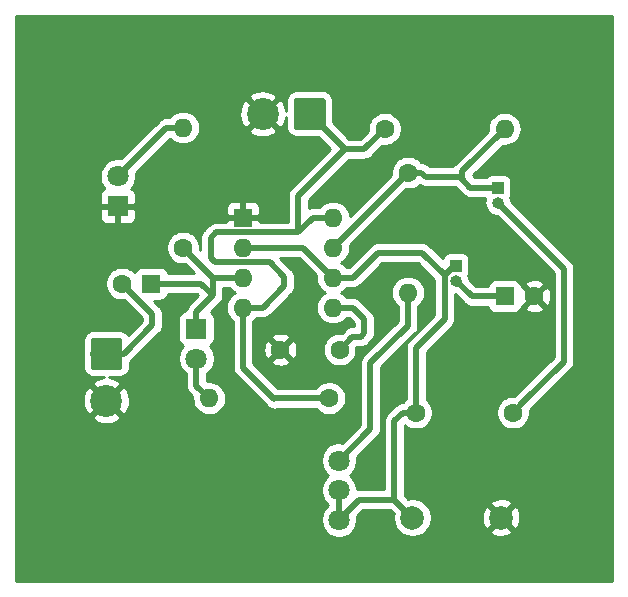
<source format=gbl>
G04 #@! TF.GenerationSoftware,KiCad,Pcbnew,(5.1.2)-1*
G04 #@! TF.CreationDate,2019-06-20T14:25:27-05:00*
G04 #@! TF.ProjectId,montaje,6d6f6e74-616a-4652-9e6b-696361645f70,rev?*
G04 #@! TF.SameCoordinates,Original*
G04 #@! TF.FileFunction,Copper,L2,Bot*
G04 #@! TF.FilePolarity,Positive*
%FSLAX46Y46*%
G04 Gerber Fmt 4.6, Leading zero omitted, Abs format (unit mm)*
G04 Created by KiCad (PCBNEW (5.1.2)-1) date 2019-06-20 14:25:27*
%MOMM*%
%LPD*%
G04 APERTURE LIST*
%ADD10O,1.600000X1.600000*%
%ADD11R,1.600000X1.600000*%
%ADD12C,2.000000*%
%ADD13C,1.800000*%
%ADD14C,1.600000*%
%ADD15O,1.000000X1.000000*%
%ADD16R,1.000000X1.000000*%
%ADD17C,2.700000*%
%ADD18C,0.100000*%
%ADD19R,1.800000X1.800000*%
%ADD20C,0.500000*%
%ADD21C,0.254000*%
G04 APERTURE END LIST*
D10*
X173990000Y-88900000D03*
X166370000Y-96520000D03*
X173990000Y-91440000D03*
X166370000Y-93980000D03*
X173990000Y-93980000D03*
X166370000Y-91440000D03*
X173990000Y-96520000D03*
D11*
X166370000Y-88900000D03*
D12*
X188221000Y-114300000D03*
X180721000Y-114300000D03*
D13*
X174498000Y-114474000D03*
X174498000Y-111974000D03*
X174498000Y-109474000D03*
D10*
X161290000Y-81280000D03*
D14*
X161290000Y-91440000D03*
D10*
X163512500Y-104203500D03*
D14*
X173672500Y-104203500D03*
D10*
X180340000Y-95250000D03*
D14*
X180340000Y-85090000D03*
X181030000Y-105410000D03*
X189230000Y-105410000D03*
D10*
X188518800Y-81381600D03*
D14*
X178358800Y-81381600D03*
D15*
X184404000Y-94234000D03*
D16*
X184404000Y-92964000D03*
D15*
X187960000Y-87630000D03*
D16*
X187960000Y-86360000D03*
D17*
X168048800Y-80111600D03*
D18*
G36*
X173133303Y-78762804D02*
G01*
X173157572Y-78766404D01*
X173181370Y-78772365D01*
X173204470Y-78780630D01*
X173226649Y-78791120D01*
X173247692Y-78803733D01*
X173267398Y-78818348D01*
X173285576Y-78834824D01*
X173302052Y-78853002D01*
X173316667Y-78872708D01*
X173329280Y-78893751D01*
X173339770Y-78915930D01*
X173348035Y-78939030D01*
X173353996Y-78962828D01*
X173357596Y-78987097D01*
X173358800Y-79011601D01*
X173358800Y-81211599D01*
X173357596Y-81236103D01*
X173353996Y-81260372D01*
X173348035Y-81284170D01*
X173339770Y-81307270D01*
X173329280Y-81329449D01*
X173316667Y-81350492D01*
X173302052Y-81370198D01*
X173285576Y-81388376D01*
X173267398Y-81404852D01*
X173247692Y-81419467D01*
X173226649Y-81432080D01*
X173204470Y-81442570D01*
X173181370Y-81450835D01*
X173157572Y-81456796D01*
X173133303Y-81460396D01*
X173108799Y-81461600D01*
X170908801Y-81461600D01*
X170884297Y-81460396D01*
X170860028Y-81456796D01*
X170836230Y-81450835D01*
X170813130Y-81442570D01*
X170790951Y-81432080D01*
X170769908Y-81419467D01*
X170750202Y-81404852D01*
X170732024Y-81388376D01*
X170715548Y-81370198D01*
X170700933Y-81350492D01*
X170688320Y-81329449D01*
X170677830Y-81307270D01*
X170669565Y-81284170D01*
X170663604Y-81260372D01*
X170660004Y-81236103D01*
X170658800Y-81211599D01*
X170658800Y-79011601D01*
X170660004Y-78987097D01*
X170663604Y-78962828D01*
X170669565Y-78939030D01*
X170677830Y-78915930D01*
X170688320Y-78893751D01*
X170700933Y-78872708D01*
X170715548Y-78853002D01*
X170732024Y-78834824D01*
X170750202Y-78818348D01*
X170769908Y-78803733D01*
X170790951Y-78791120D01*
X170813130Y-78780630D01*
X170836230Y-78772365D01*
X170860028Y-78766404D01*
X170884297Y-78762804D01*
X170908801Y-78761600D01*
X173108799Y-78761600D01*
X173133303Y-78762804D01*
X173133303Y-78762804D01*
G37*
D17*
X172008800Y-80111600D03*
X154813000Y-104394000D03*
D18*
G36*
X155937503Y-99085204D02*
G01*
X155961772Y-99088804D01*
X155985570Y-99094765D01*
X156008670Y-99103030D01*
X156030849Y-99113520D01*
X156051892Y-99126133D01*
X156071598Y-99140748D01*
X156089776Y-99157224D01*
X156106252Y-99175402D01*
X156120867Y-99195108D01*
X156133480Y-99216151D01*
X156143970Y-99238330D01*
X156152235Y-99261430D01*
X156158196Y-99285228D01*
X156161796Y-99309497D01*
X156163000Y-99334001D01*
X156163000Y-101533999D01*
X156161796Y-101558503D01*
X156158196Y-101582772D01*
X156152235Y-101606570D01*
X156143970Y-101629670D01*
X156133480Y-101651849D01*
X156120867Y-101672892D01*
X156106252Y-101692598D01*
X156089776Y-101710776D01*
X156071598Y-101727252D01*
X156051892Y-101741867D01*
X156030849Y-101754480D01*
X156008670Y-101764970D01*
X155985570Y-101773235D01*
X155961772Y-101779196D01*
X155937503Y-101782796D01*
X155912999Y-101784000D01*
X153713001Y-101784000D01*
X153688497Y-101782796D01*
X153664228Y-101779196D01*
X153640430Y-101773235D01*
X153617330Y-101764970D01*
X153595151Y-101754480D01*
X153574108Y-101741867D01*
X153554402Y-101727252D01*
X153536224Y-101710776D01*
X153519748Y-101692598D01*
X153505133Y-101672892D01*
X153492520Y-101651849D01*
X153482030Y-101629670D01*
X153473765Y-101606570D01*
X153467804Y-101582772D01*
X153464204Y-101558503D01*
X153463000Y-101533999D01*
X153463000Y-99334001D01*
X153464204Y-99309497D01*
X153467804Y-99285228D01*
X153473765Y-99261430D01*
X153482030Y-99238330D01*
X153492520Y-99216151D01*
X153505133Y-99195108D01*
X153519748Y-99175402D01*
X153536224Y-99157224D01*
X153554402Y-99140748D01*
X153574108Y-99126133D01*
X153595151Y-99113520D01*
X153617330Y-99103030D01*
X153640430Y-99094765D01*
X153664228Y-99088804D01*
X153688497Y-99085204D01*
X153713001Y-99084000D01*
X155912999Y-99084000D01*
X155937503Y-99085204D01*
X155937503Y-99085204D01*
G37*
D17*
X154813000Y-100434000D03*
D13*
X155765500Y-85407500D03*
D19*
X155765500Y-87947500D03*
D13*
X162433000Y-100838000D03*
D19*
X162433000Y-98298000D03*
D14*
X156123000Y-94488000D03*
D11*
X158623000Y-94488000D03*
D14*
X174545000Y-100076000D03*
X169545000Y-100076000D03*
X191031500Y-95567500D03*
D11*
X188531500Y-95567500D03*
D20*
X167068500Y-88900000D02*
X166370000Y-88900000D01*
X185737500Y-95567500D02*
X184404000Y-94234000D01*
X188531500Y-95567500D02*
X185737500Y-95567500D01*
X181030000Y-99910000D02*
X181030000Y-105410000D01*
X183446800Y-93785198D02*
X183446800Y-97493200D01*
X184267998Y-92964000D02*
X183446800Y-93785198D01*
X184404000Y-92964000D02*
X184267998Y-92964000D01*
X183446800Y-97493200D02*
X181030000Y-99910000D01*
X173990000Y-93980000D02*
X174390000Y-93980000D01*
X179197000Y-112776000D02*
X180721000Y-114300000D01*
X179197000Y-106111630D02*
X179197000Y-112776000D01*
X181030000Y-105410000D02*
X179898630Y-105410000D01*
X179898630Y-105410000D02*
X179197000Y-106111630D01*
X176196000Y-112776000D02*
X174498000Y-114474000D01*
X179197000Y-112776000D02*
X176196000Y-112776000D01*
X174498000Y-111974000D02*
X174498000Y-114474000D01*
X175690000Y-93980000D02*
X177800000Y-91870000D01*
X173990000Y-93980000D02*
X175690000Y-93980000D01*
X181531602Y-91870000D02*
X183446800Y-93785198D01*
X177800000Y-91870000D02*
X181531602Y-91870000D01*
X171450000Y-91440000D02*
X173990000Y-93980000D01*
X166370000Y-91440000D02*
X171450000Y-91440000D01*
X175690000Y-96520000D02*
X176657000Y-97487000D01*
X173990000Y-96520000D02*
X175690000Y-96520000D01*
X176657000Y-97487000D02*
X176657000Y-98679000D01*
X175624500Y-98996500D02*
X174545000Y-100076000D01*
X176339500Y-98996500D02*
X175624500Y-98996500D01*
X176657000Y-98679000D02*
X176339500Y-98996500D01*
X156263000Y-100434000D02*
X158686500Y-98010500D01*
X154813000Y-100434000D02*
X156263000Y-100434000D01*
X158686500Y-97051500D02*
X156123000Y-94488000D01*
X158686500Y-98010500D02*
X158686500Y-97051500D01*
X163830000Y-93980000D02*
X166370000Y-93980000D01*
X161290000Y-91440000D02*
X163830000Y-93980000D01*
X163830000Y-95501000D02*
X163830000Y-93980000D01*
X162433000Y-96898000D02*
X163830000Y-95501000D01*
X162433000Y-98298000D02*
X162433000Y-96898000D01*
X162817000Y-94488000D02*
X158623000Y-94488000D01*
X163830000Y-95501000D02*
X162817000Y-94488000D01*
X162433000Y-103124000D02*
X163512500Y-104203500D01*
X162433000Y-100838000D02*
X162433000Y-103124000D01*
X161290000Y-81280000D02*
X160020000Y-81280000D01*
X159893000Y-81280000D02*
X161290000Y-81280000D01*
X155765500Y-85407500D02*
X159893000Y-81280000D01*
X172290000Y-88900000D02*
X173990000Y-88900000D01*
X171039999Y-90150001D02*
X172290000Y-88900000D01*
X166370000Y-96520000D02*
X166770000Y-96520000D01*
X175006000Y-83108800D02*
X172008800Y-80111600D01*
X176631600Y-83108800D02*
X178358800Y-81381600D01*
X175006000Y-83108800D02*
X176631600Y-83108800D01*
X166370000Y-101600000D02*
X166370000Y-96520000D01*
X166370000Y-101600000D02*
X169037000Y-104267000D01*
X171039999Y-87074801D02*
X175006000Y-83108800D01*
X171039999Y-90150001D02*
X171039999Y-87074801D01*
X164103999Y-90150001D02*
X171039999Y-90150001D01*
X163639500Y-90614500D02*
X164103999Y-90150001D01*
X163639500Y-92329000D02*
X163639500Y-90614500D01*
X166370000Y-96520000D02*
X168070000Y-96520000D01*
X168070000Y-96520000D02*
X169862500Y-94727500D01*
X169862500Y-94727500D02*
X169862500Y-93916500D01*
X169862500Y-93916500D02*
X168636010Y-92690010D01*
X168636010Y-92690010D02*
X164000510Y-92690010D01*
X164000510Y-92690010D02*
X163639500Y-92329000D01*
X169100500Y-104203500D02*
X173672500Y-104203500D01*
X169037000Y-104267000D02*
X169100500Y-104203500D01*
X190029999Y-104610001D02*
X189230000Y-105410000D01*
X193548000Y-101092000D02*
X190029999Y-104610001D01*
X193548000Y-93218000D02*
X193548000Y-101092000D01*
X187960000Y-87630000D02*
X193548000Y-93218000D01*
X181471370Y-85090000D02*
X181826970Y-85445600D01*
X180340000Y-85090000D02*
X181471370Y-85090000D01*
X181826970Y-85445600D02*
X184708800Y-85445600D01*
X185623200Y-86360000D02*
X187960000Y-86360000D01*
X184912000Y-84988400D02*
X184912000Y-85648800D01*
X188518800Y-81381600D02*
X184912000Y-84988400D01*
X184708800Y-85445600D02*
X184912000Y-85648800D01*
X184912000Y-85648800D02*
X185623200Y-86360000D01*
X173990000Y-91440000D02*
X180340000Y-85090000D01*
X180340000Y-95250000D02*
X180340000Y-98044000D01*
X177165000Y-101219000D02*
X180340000Y-98044000D01*
X177165000Y-106807000D02*
X177165000Y-101219000D01*
X174498000Y-109474000D02*
X177165000Y-106807000D01*
D21*
G36*
X197612000Y-119697500D02*
G01*
X147193000Y-119697500D01*
X147193000Y-105778838D01*
X153607767Y-105778838D01*
X153745724Y-106079044D01*
X154094967Y-106254882D01*
X154471804Y-106359207D01*
X154861753Y-106388009D01*
X155249828Y-106340184D01*
X155621116Y-106217568D01*
X155880276Y-106079044D01*
X156018233Y-105778838D01*
X154813000Y-104573605D01*
X153607767Y-105778838D01*
X147193000Y-105778838D01*
X147193000Y-104442753D01*
X152818991Y-104442753D01*
X152866816Y-104830828D01*
X152989432Y-105202116D01*
X153127956Y-105461276D01*
X153428162Y-105599233D01*
X154633395Y-104394000D01*
X154992605Y-104394000D01*
X156197838Y-105599233D01*
X156498044Y-105461276D01*
X156673882Y-105112033D01*
X156778207Y-104735196D01*
X156807009Y-104345247D01*
X156759184Y-103957172D01*
X156636568Y-103585884D01*
X156498044Y-103326724D01*
X156197838Y-103188767D01*
X154992605Y-104394000D01*
X154633395Y-104394000D01*
X153428162Y-103188767D01*
X153127956Y-103326724D01*
X152952118Y-103675967D01*
X152847793Y-104052804D01*
X152818991Y-104442753D01*
X147193000Y-104442753D01*
X147193000Y-99334001D01*
X152824928Y-99334001D01*
X152824928Y-101533999D01*
X152841992Y-101707253D01*
X152892529Y-101873850D01*
X152974595Y-102027386D01*
X153085039Y-102161961D01*
X153219614Y-102272405D01*
X153373150Y-102354471D01*
X153539747Y-102405008D01*
X153713001Y-102422072D01*
X154585071Y-102422072D01*
X154376172Y-102447816D01*
X154004884Y-102570432D01*
X153745724Y-102708956D01*
X153607767Y-103009162D01*
X154813000Y-104214395D01*
X156018233Y-103009162D01*
X155880276Y-102708956D01*
X155531033Y-102533118D01*
X155154196Y-102428793D01*
X155063201Y-102422072D01*
X155912999Y-102422072D01*
X156086253Y-102405008D01*
X156252850Y-102354471D01*
X156406386Y-102272405D01*
X156540961Y-102161961D01*
X156651405Y-102027386D01*
X156733471Y-101873850D01*
X156784008Y-101707253D01*
X156801072Y-101533999D01*
X156801072Y-101137290D01*
X156891817Y-101062817D01*
X156919534Y-101029044D01*
X159281550Y-98667029D01*
X159315317Y-98639317D01*
X159425911Y-98504559D01*
X159490183Y-98384314D01*
X159508089Y-98350814D01*
X159558695Y-98183990D01*
X159559589Y-98174911D01*
X159571500Y-98053977D01*
X159571500Y-98053969D01*
X159575781Y-98010500D01*
X159571500Y-97967031D01*
X159571500Y-97094965D01*
X159575781Y-97051499D01*
X159571500Y-97008033D01*
X159571500Y-97008023D01*
X159558695Y-96878010D01*
X159508089Y-96711187D01*
X159425911Y-96557441D01*
X159315317Y-96422683D01*
X159281549Y-96394970D01*
X158812651Y-95926072D01*
X159423000Y-95926072D01*
X159547482Y-95913812D01*
X159667180Y-95877502D01*
X159777494Y-95818537D01*
X159874185Y-95739185D01*
X159953537Y-95642494D01*
X160012502Y-95532180D01*
X160048812Y-95412482D01*
X160052701Y-95373000D01*
X162450422Y-95373000D01*
X162578422Y-95501000D01*
X161837951Y-96241471D01*
X161804184Y-96269183D01*
X161776471Y-96302951D01*
X161776468Y-96302954D01*
X161693590Y-96403941D01*
X161611412Y-96557687D01*
X161560805Y-96724510D01*
X161557317Y-96759928D01*
X161533000Y-96759928D01*
X161408518Y-96772188D01*
X161288820Y-96808498D01*
X161178506Y-96867463D01*
X161081815Y-96946815D01*
X161002463Y-97043506D01*
X160943498Y-97153820D01*
X160907188Y-97273518D01*
X160894928Y-97398000D01*
X160894928Y-99198000D01*
X160907188Y-99322482D01*
X160943498Y-99442180D01*
X161002463Y-99552494D01*
X161081815Y-99649185D01*
X161178506Y-99728537D01*
X161288820Y-99787502D01*
X161307127Y-99793056D01*
X161240688Y-99859495D01*
X161072701Y-100110905D01*
X160956989Y-100390257D01*
X160898000Y-100686816D01*
X160898000Y-100989184D01*
X160956989Y-101285743D01*
X161072701Y-101565095D01*
X161240688Y-101816505D01*
X161454495Y-102030312D01*
X161548001Y-102092790D01*
X161548001Y-103080521D01*
X161543719Y-103124000D01*
X161560805Y-103297490D01*
X161611412Y-103464313D01*
X161693590Y-103618059D01*
X161776468Y-103719046D01*
X161776471Y-103719049D01*
X161804184Y-103752817D01*
X161837951Y-103780529D01*
X162087625Y-104030204D01*
X162070557Y-104203500D01*
X162098264Y-104484809D01*
X162180318Y-104755308D01*
X162313568Y-105004601D01*
X162492892Y-105223108D01*
X162711399Y-105402432D01*
X162960692Y-105535682D01*
X163231191Y-105617736D01*
X163442008Y-105638500D01*
X163582992Y-105638500D01*
X163793809Y-105617736D01*
X164064308Y-105535682D01*
X164313601Y-105402432D01*
X164532108Y-105223108D01*
X164711432Y-105004601D01*
X164844682Y-104755308D01*
X164926736Y-104484809D01*
X164954443Y-104203500D01*
X164926736Y-103922191D01*
X164844682Y-103651692D01*
X164711432Y-103402399D01*
X164532108Y-103183892D01*
X164313601Y-103004568D01*
X164064308Y-102871318D01*
X163793809Y-102789264D01*
X163582992Y-102768500D01*
X163442008Y-102768500D01*
X163339204Y-102778625D01*
X163318000Y-102757422D01*
X163318000Y-102092790D01*
X163411505Y-102030312D01*
X163625312Y-101816505D01*
X163793299Y-101565095D01*
X163909011Y-101285743D01*
X163968000Y-100989184D01*
X163968000Y-100686816D01*
X163909011Y-100390257D01*
X163793299Y-100110905D01*
X163625312Y-99859495D01*
X163558873Y-99793056D01*
X163577180Y-99787502D01*
X163687494Y-99728537D01*
X163784185Y-99649185D01*
X163863537Y-99552494D01*
X163922502Y-99442180D01*
X163958812Y-99322482D01*
X163971072Y-99198000D01*
X163971072Y-97398000D01*
X163958812Y-97273518D01*
X163922502Y-97153820D01*
X163863537Y-97043506D01*
X163784185Y-96946815D01*
X163702665Y-96879913D01*
X164425050Y-96157529D01*
X164458817Y-96129817D01*
X164514836Y-96061559D01*
X164569410Y-95995060D01*
X164569411Y-95995059D01*
X164651589Y-95841313D01*
X164702195Y-95674490D01*
X164715000Y-95544477D01*
X164715000Y-95544467D01*
X164719281Y-95501001D01*
X164718886Y-95496988D01*
X164715000Y-95457533D01*
X164715000Y-94865000D01*
X165239922Y-94865000D01*
X165350392Y-94999608D01*
X165568899Y-95178932D01*
X165701858Y-95250000D01*
X165568899Y-95321068D01*
X165350392Y-95500392D01*
X165171068Y-95718899D01*
X165037818Y-95968192D01*
X164955764Y-96238691D01*
X164928057Y-96520000D01*
X164955764Y-96801309D01*
X165037818Y-97071808D01*
X165171068Y-97321101D01*
X165350392Y-97539608D01*
X165485001Y-97650079D01*
X165485000Y-101556531D01*
X165480719Y-101600000D01*
X165485000Y-101643469D01*
X165485000Y-101643476D01*
X165497805Y-101773489D01*
X165548411Y-101940312D01*
X165630589Y-102094058D01*
X165741183Y-102228817D01*
X165774956Y-102256534D01*
X168380472Y-104862051D01*
X168408183Y-104895817D01*
X168441949Y-104923528D01*
X168441953Y-104923532D01*
X168542941Y-105006411D01*
X168696686Y-105088589D01*
X168863510Y-105139195D01*
X169037000Y-105156281D01*
X169210490Y-105139195D01*
X169377313Y-105088589D01*
X169377480Y-105088500D01*
X172537979Y-105088500D01*
X172557863Y-105118259D01*
X172757741Y-105318137D01*
X172992773Y-105475180D01*
X173253926Y-105583353D01*
X173531165Y-105638500D01*
X173813835Y-105638500D01*
X174091074Y-105583353D01*
X174352227Y-105475180D01*
X174587259Y-105318137D01*
X174787137Y-105118259D01*
X174944180Y-104883227D01*
X175052353Y-104622074D01*
X175107500Y-104344835D01*
X175107500Y-104062165D01*
X175052353Y-103784926D01*
X174944180Y-103523773D01*
X174787137Y-103288741D01*
X174587259Y-103088863D01*
X174352227Y-102931820D01*
X174091074Y-102823647D01*
X173813835Y-102768500D01*
X173531165Y-102768500D01*
X173253926Y-102823647D01*
X172992773Y-102931820D01*
X172757741Y-103088863D01*
X172557863Y-103288741D01*
X172537979Y-103318500D01*
X169340079Y-103318500D01*
X167255000Y-101233422D01*
X167255000Y-101068702D01*
X168731903Y-101068702D01*
X168803486Y-101312671D01*
X169058996Y-101433571D01*
X169333184Y-101502300D01*
X169615512Y-101516217D01*
X169895130Y-101474787D01*
X170161292Y-101379603D01*
X170286514Y-101312671D01*
X170358097Y-101068702D01*
X169545000Y-100255605D01*
X168731903Y-101068702D01*
X167255000Y-101068702D01*
X167255000Y-100146512D01*
X168104783Y-100146512D01*
X168146213Y-100426130D01*
X168241397Y-100692292D01*
X168308329Y-100817514D01*
X168552298Y-100889097D01*
X169365395Y-100076000D01*
X169724605Y-100076000D01*
X170537702Y-100889097D01*
X170781671Y-100817514D01*
X170902571Y-100562004D01*
X170971300Y-100287816D01*
X170985217Y-100005488D01*
X170943787Y-99725870D01*
X170848603Y-99459708D01*
X170781671Y-99334486D01*
X170537702Y-99262903D01*
X169724605Y-100076000D01*
X169365395Y-100076000D01*
X168552298Y-99262903D01*
X168308329Y-99334486D01*
X168187429Y-99589996D01*
X168118700Y-99864184D01*
X168104783Y-100146512D01*
X167255000Y-100146512D01*
X167255000Y-99083298D01*
X168731903Y-99083298D01*
X169545000Y-99896395D01*
X170358097Y-99083298D01*
X170286514Y-98839329D01*
X170031004Y-98718429D01*
X169756816Y-98649700D01*
X169474488Y-98635783D01*
X169194870Y-98677213D01*
X168928708Y-98772397D01*
X168803486Y-98839329D01*
X168731903Y-99083298D01*
X167255000Y-99083298D01*
X167255000Y-97650078D01*
X167389608Y-97539608D01*
X167500078Y-97405000D01*
X168026531Y-97405000D01*
X168070000Y-97409281D01*
X168113469Y-97405000D01*
X168113477Y-97405000D01*
X168243490Y-97392195D01*
X168410313Y-97341589D01*
X168564059Y-97259411D01*
X168698817Y-97148817D01*
X168726534Y-97115044D01*
X170457550Y-95384029D01*
X170491317Y-95356317D01*
X170520246Y-95321068D01*
X170601911Y-95221559D01*
X170674902Y-95085000D01*
X170684089Y-95067813D01*
X170734695Y-94900990D01*
X170747500Y-94770977D01*
X170747500Y-94770969D01*
X170751781Y-94727500D01*
X170747500Y-94684031D01*
X170747500Y-93959969D01*
X170751781Y-93916500D01*
X170747500Y-93873031D01*
X170747500Y-93873023D01*
X170734695Y-93743010D01*
X170684089Y-93576187D01*
X170601911Y-93422441D01*
X170571145Y-93384953D01*
X170519032Y-93321453D01*
X170519030Y-93321451D01*
X170491317Y-93287683D01*
X170457549Y-93259970D01*
X169522578Y-92325000D01*
X171083422Y-92325000D01*
X172565125Y-93806704D01*
X172548057Y-93980000D01*
X172575764Y-94261309D01*
X172657818Y-94531808D01*
X172791068Y-94781101D01*
X172970392Y-94999608D01*
X173188899Y-95178932D01*
X173321858Y-95250000D01*
X173188899Y-95321068D01*
X172970392Y-95500392D01*
X172791068Y-95718899D01*
X172657818Y-95968192D01*
X172575764Y-96238691D01*
X172548057Y-96520000D01*
X172575764Y-96801309D01*
X172657818Y-97071808D01*
X172791068Y-97321101D01*
X172970392Y-97539608D01*
X173188899Y-97718932D01*
X173438192Y-97852182D01*
X173708691Y-97934236D01*
X173919508Y-97955000D01*
X174060492Y-97955000D01*
X174271309Y-97934236D01*
X174541808Y-97852182D01*
X174791101Y-97718932D01*
X175009608Y-97539608D01*
X175120078Y-97405000D01*
X175323422Y-97405000D01*
X175772000Y-97853579D01*
X175772001Y-98111500D01*
X175667969Y-98111500D01*
X175624500Y-98107219D01*
X175581031Y-98111500D01*
X175581023Y-98111500D01*
X175451010Y-98124305D01*
X175284186Y-98174911D01*
X175130441Y-98257089D01*
X175029453Y-98339968D01*
X175029451Y-98339970D01*
X174995683Y-98367683D01*
X174967970Y-98401451D01*
X174721439Y-98647983D01*
X174686335Y-98641000D01*
X174403665Y-98641000D01*
X174126426Y-98696147D01*
X173865273Y-98804320D01*
X173630241Y-98961363D01*
X173430363Y-99161241D01*
X173273320Y-99396273D01*
X173165147Y-99657426D01*
X173110000Y-99934665D01*
X173110000Y-100217335D01*
X173165147Y-100494574D01*
X173273320Y-100755727D01*
X173430363Y-100990759D01*
X173630241Y-101190637D01*
X173865273Y-101347680D01*
X174126426Y-101455853D01*
X174403665Y-101511000D01*
X174686335Y-101511000D01*
X174963574Y-101455853D01*
X175224727Y-101347680D01*
X175459759Y-101190637D01*
X175659637Y-100990759D01*
X175816680Y-100755727D01*
X175924853Y-100494574D01*
X175980000Y-100217335D01*
X175980000Y-99934665D01*
X175973017Y-99899561D01*
X175991079Y-99881500D01*
X176296031Y-99881500D01*
X176339500Y-99885781D01*
X176382969Y-99881500D01*
X176382977Y-99881500D01*
X176512990Y-99868695D01*
X176679813Y-99818089D01*
X176833559Y-99735911D01*
X176968317Y-99625317D01*
X176996034Y-99591544D01*
X177252044Y-99335534D01*
X177285817Y-99307817D01*
X177396411Y-99173059D01*
X177478589Y-99019313D01*
X177529195Y-98852490D01*
X177542000Y-98722477D01*
X177542000Y-98722469D01*
X177546281Y-98679000D01*
X177542000Y-98635531D01*
X177542000Y-97530469D01*
X177546281Y-97487000D01*
X177542000Y-97443531D01*
X177542000Y-97443523D01*
X177529195Y-97313510D01*
X177479235Y-97148817D01*
X177478589Y-97146686D01*
X177396411Y-96992941D01*
X177313532Y-96891953D01*
X177313530Y-96891951D01*
X177285817Y-96858183D01*
X177252050Y-96830471D01*
X176346532Y-95924954D01*
X176318817Y-95891183D01*
X176184059Y-95780589D01*
X176030313Y-95698411D01*
X175863490Y-95647805D01*
X175733477Y-95635000D01*
X175733469Y-95635000D01*
X175690000Y-95630719D01*
X175646531Y-95635000D01*
X175120078Y-95635000D01*
X175009608Y-95500392D01*
X174791101Y-95321068D01*
X174658142Y-95250000D01*
X174791101Y-95178932D01*
X175009608Y-94999608D01*
X175120078Y-94865000D01*
X175646531Y-94865000D01*
X175690000Y-94869281D01*
X175733469Y-94865000D01*
X175733477Y-94865000D01*
X175863490Y-94852195D01*
X176030313Y-94801589D01*
X176184059Y-94719411D01*
X176318817Y-94608817D01*
X176346534Y-94575044D01*
X178166579Y-92755000D01*
X181165024Y-92755000D01*
X182561800Y-94151777D01*
X182561801Y-97126620D01*
X180434956Y-99253466D01*
X180401183Y-99281183D01*
X180290589Y-99415942D01*
X180208411Y-99569688D01*
X180157805Y-99736511D01*
X180145000Y-99866524D01*
X180145000Y-99866531D01*
X180140719Y-99910000D01*
X180145000Y-99953469D01*
X180145001Y-104275478D01*
X180115241Y-104295363D01*
X179915363Y-104495241D01*
X179898319Y-104520750D01*
X179855161Y-104525000D01*
X179855153Y-104525000D01*
X179725140Y-104537805D01*
X179558316Y-104588411D01*
X179404571Y-104670589D01*
X179303583Y-104753468D01*
X179303581Y-104753470D01*
X179269813Y-104781183D01*
X179242100Y-104814951D01*
X178601956Y-105455096D01*
X178568183Y-105482813D01*
X178457589Y-105617572D01*
X178375411Y-105771318D01*
X178324805Y-105938141D01*
X178312000Y-106068154D01*
X178312000Y-106068161D01*
X178307719Y-106111630D01*
X178312000Y-106155099D01*
X178312001Y-111891000D01*
X176239469Y-111891000D01*
X176196000Y-111886719D01*
X176152531Y-111891000D01*
X176152523Y-111891000D01*
X176033000Y-111902772D01*
X176033000Y-111822816D01*
X175974011Y-111526257D01*
X175858299Y-111246905D01*
X175690312Y-110995495D01*
X175476505Y-110781688D01*
X175390169Y-110724000D01*
X175476505Y-110666312D01*
X175690312Y-110452505D01*
X175858299Y-110201095D01*
X175974011Y-109921743D01*
X176033000Y-109625184D01*
X176033000Y-109322816D01*
X176011060Y-109212518D01*
X177760050Y-107463529D01*
X177793817Y-107435817D01*
X177904411Y-107301059D01*
X177904412Y-107301058D01*
X177986589Y-107147314D01*
X178037195Y-106980490D01*
X178041851Y-106933218D01*
X178050000Y-106850477D01*
X178050000Y-106850469D01*
X178054281Y-106807000D01*
X178050000Y-106763531D01*
X178050000Y-101585578D01*
X180935049Y-98700530D01*
X180968817Y-98672817D01*
X180999211Y-98635783D01*
X181079410Y-98538060D01*
X181092522Y-98513529D01*
X181161589Y-98384313D01*
X181212195Y-98217490D01*
X181225000Y-98087477D01*
X181225000Y-98087467D01*
X181229281Y-98044001D01*
X181225000Y-98000534D01*
X181225000Y-96380078D01*
X181359608Y-96269608D01*
X181538932Y-96051101D01*
X181672182Y-95801808D01*
X181754236Y-95531309D01*
X181781943Y-95250000D01*
X181754236Y-94968691D01*
X181672182Y-94698192D01*
X181538932Y-94448899D01*
X181359608Y-94230392D01*
X181141101Y-94051068D01*
X180891808Y-93917818D01*
X180621309Y-93835764D01*
X180410492Y-93815000D01*
X180269508Y-93815000D01*
X180058691Y-93835764D01*
X179788192Y-93917818D01*
X179538899Y-94051068D01*
X179320392Y-94230392D01*
X179141068Y-94448899D01*
X179007818Y-94698192D01*
X178925764Y-94968691D01*
X178898057Y-95250000D01*
X178925764Y-95531309D01*
X179007818Y-95801808D01*
X179141068Y-96051101D01*
X179320392Y-96269608D01*
X179455000Y-96380078D01*
X179455001Y-97677420D01*
X176569951Y-100562471D01*
X176536184Y-100590183D01*
X176508471Y-100623951D01*
X176508468Y-100623954D01*
X176425590Y-100724941D01*
X176343412Y-100878687D01*
X176292805Y-101045510D01*
X176275719Y-101219000D01*
X176280001Y-101262479D01*
X176280000Y-106440421D01*
X174759482Y-107960940D01*
X174649184Y-107939000D01*
X174346816Y-107939000D01*
X174050257Y-107997989D01*
X173770905Y-108113701D01*
X173519495Y-108281688D01*
X173305688Y-108495495D01*
X173137701Y-108746905D01*
X173021989Y-109026257D01*
X172963000Y-109322816D01*
X172963000Y-109625184D01*
X173021989Y-109921743D01*
X173137701Y-110201095D01*
X173305688Y-110452505D01*
X173519495Y-110666312D01*
X173605831Y-110724000D01*
X173519495Y-110781688D01*
X173305688Y-110995495D01*
X173137701Y-111246905D01*
X173021989Y-111526257D01*
X172963000Y-111822816D01*
X172963000Y-112125184D01*
X173021989Y-112421743D01*
X173137701Y-112701095D01*
X173305688Y-112952505D01*
X173519495Y-113166312D01*
X173605831Y-113224000D01*
X173519495Y-113281688D01*
X173305688Y-113495495D01*
X173137701Y-113746905D01*
X173021989Y-114026257D01*
X172963000Y-114322816D01*
X172963000Y-114625184D01*
X173021989Y-114921743D01*
X173137701Y-115201095D01*
X173305688Y-115452505D01*
X173519495Y-115666312D01*
X173770905Y-115834299D01*
X174050257Y-115950011D01*
X174346816Y-116009000D01*
X174649184Y-116009000D01*
X174945743Y-115950011D01*
X175225095Y-115834299D01*
X175476505Y-115666312D01*
X175690312Y-115452505D01*
X175858299Y-115201095D01*
X175974011Y-114921743D01*
X176033000Y-114625184D01*
X176033000Y-114322816D01*
X176011060Y-114212518D01*
X176562579Y-113661000D01*
X178830422Y-113661000D01*
X179122897Y-113953475D01*
X179086000Y-114138967D01*
X179086000Y-114461033D01*
X179148832Y-114776912D01*
X179272082Y-115074463D01*
X179451013Y-115342252D01*
X179678748Y-115569987D01*
X179946537Y-115748918D01*
X180244088Y-115872168D01*
X180559967Y-115935000D01*
X180882033Y-115935000D01*
X181197912Y-115872168D01*
X181495463Y-115748918D01*
X181763252Y-115569987D01*
X181897826Y-115435413D01*
X187265192Y-115435413D01*
X187360956Y-115699814D01*
X187650571Y-115840704D01*
X187962108Y-115922384D01*
X188283595Y-115941718D01*
X188602675Y-115897961D01*
X188907088Y-115792795D01*
X189081044Y-115699814D01*
X189176808Y-115435413D01*
X188221000Y-114479605D01*
X187265192Y-115435413D01*
X181897826Y-115435413D01*
X181990987Y-115342252D01*
X182169918Y-115074463D01*
X182293168Y-114776912D01*
X182356000Y-114461033D01*
X182356000Y-114362595D01*
X186579282Y-114362595D01*
X186623039Y-114681675D01*
X186728205Y-114986088D01*
X186821186Y-115160044D01*
X187085587Y-115255808D01*
X188041395Y-114300000D01*
X188400605Y-114300000D01*
X189356413Y-115255808D01*
X189620814Y-115160044D01*
X189761704Y-114870429D01*
X189843384Y-114558892D01*
X189862718Y-114237405D01*
X189818961Y-113918325D01*
X189713795Y-113613912D01*
X189620814Y-113439956D01*
X189356413Y-113344192D01*
X188400605Y-114300000D01*
X188041395Y-114300000D01*
X187085587Y-113344192D01*
X186821186Y-113439956D01*
X186680296Y-113729571D01*
X186598616Y-114041108D01*
X186579282Y-114362595D01*
X182356000Y-114362595D01*
X182356000Y-114138967D01*
X182293168Y-113823088D01*
X182169918Y-113525537D01*
X181990987Y-113257748D01*
X181897826Y-113164587D01*
X187265192Y-113164587D01*
X188221000Y-114120395D01*
X189176808Y-113164587D01*
X189081044Y-112900186D01*
X188791429Y-112759296D01*
X188479892Y-112677616D01*
X188158405Y-112658282D01*
X187839325Y-112702039D01*
X187534912Y-112807205D01*
X187360956Y-112900186D01*
X187265192Y-113164587D01*
X181897826Y-113164587D01*
X181763252Y-113030013D01*
X181495463Y-112851082D01*
X181197912Y-112727832D01*
X180882033Y-112665000D01*
X180559967Y-112665000D01*
X180374475Y-112701897D01*
X180082000Y-112409422D01*
X180082000Y-106491396D01*
X180115241Y-106524637D01*
X180350273Y-106681680D01*
X180611426Y-106789853D01*
X180888665Y-106845000D01*
X181171335Y-106845000D01*
X181448574Y-106789853D01*
X181709727Y-106681680D01*
X181944759Y-106524637D01*
X182144637Y-106324759D01*
X182301680Y-106089727D01*
X182409853Y-105828574D01*
X182465000Y-105551335D01*
X182465000Y-105268665D01*
X182409853Y-104991426D01*
X182301680Y-104730273D01*
X182144637Y-104495241D01*
X181944759Y-104295363D01*
X181915000Y-104275479D01*
X181915000Y-100276578D01*
X184041849Y-98149730D01*
X184075617Y-98122017D01*
X184103964Y-98087477D01*
X184186210Y-97987260D01*
X184186211Y-97987259D01*
X184268389Y-97833513D01*
X184318995Y-97666690D01*
X184331800Y-97536677D01*
X184331800Y-97536667D01*
X184336081Y-97493201D01*
X184331800Y-97449735D01*
X184331800Y-95413378D01*
X185080970Y-96162549D01*
X185108683Y-96196317D01*
X185142451Y-96224030D01*
X185142453Y-96224032D01*
X185238619Y-96302954D01*
X185243441Y-96306911D01*
X185397187Y-96389089D01*
X185564010Y-96439695D01*
X185694023Y-96452500D01*
X185694031Y-96452500D01*
X185737500Y-96456781D01*
X185780969Y-96452500D01*
X187101799Y-96452500D01*
X187105688Y-96491982D01*
X187141998Y-96611680D01*
X187200963Y-96721994D01*
X187280315Y-96818685D01*
X187377006Y-96898037D01*
X187487320Y-96957002D01*
X187607018Y-96993312D01*
X187731500Y-97005572D01*
X189331500Y-97005572D01*
X189455982Y-96993312D01*
X189575680Y-96957002D01*
X189685994Y-96898037D01*
X189782685Y-96818685D01*
X189862037Y-96721994D01*
X189921002Y-96611680D01*
X189936617Y-96560202D01*
X190218403Y-96560202D01*
X190289986Y-96804171D01*
X190545496Y-96925071D01*
X190819684Y-96993800D01*
X191102012Y-97007717D01*
X191381630Y-96966287D01*
X191647792Y-96871103D01*
X191773014Y-96804171D01*
X191844597Y-96560202D01*
X191031500Y-95747105D01*
X190218403Y-96560202D01*
X189936617Y-96560202D01*
X189957312Y-96491982D01*
X189969572Y-96367500D01*
X189969572Y-96360285D01*
X190038798Y-96380597D01*
X190851895Y-95567500D01*
X191211105Y-95567500D01*
X192024202Y-96380597D01*
X192268171Y-96309014D01*
X192389071Y-96053504D01*
X192457800Y-95779316D01*
X192471717Y-95496988D01*
X192430287Y-95217370D01*
X192335103Y-94951208D01*
X192268171Y-94825986D01*
X192024202Y-94754403D01*
X191211105Y-95567500D01*
X190851895Y-95567500D01*
X190038798Y-94754403D01*
X189969572Y-94774715D01*
X189969572Y-94767500D01*
X189957312Y-94643018D01*
X189936618Y-94574798D01*
X190218403Y-94574798D01*
X191031500Y-95387895D01*
X191844597Y-94574798D01*
X191773014Y-94330829D01*
X191517504Y-94209929D01*
X191243316Y-94141200D01*
X190960988Y-94127283D01*
X190681370Y-94168713D01*
X190415208Y-94263897D01*
X190289986Y-94330829D01*
X190218403Y-94574798D01*
X189936618Y-94574798D01*
X189921002Y-94523320D01*
X189862037Y-94413006D01*
X189782685Y-94316315D01*
X189685994Y-94236963D01*
X189575680Y-94177998D01*
X189455982Y-94141688D01*
X189331500Y-94129428D01*
X187731500Y-94129428D01*
X187607018Y-94141688D01*
X187487320Y-94177998D01*
X187377006Y-94236963D01*
X187280315Y-94316315D01*
X187200963Y-94413006D01*
X187141998Y-94523320D01*
X187105688Y-94643018D01*
X187101799Y-94682500D01*
X186104079Y-94682500D01*
X185532355Y-94110776D01*
X185522577Y-94011501D01*
X185457676Y-93797553D01*
X185451703Y-93786379D01*
X185493502Y-93708180D01*
X185529812Y-93588482D01*
X185542072Y-93464000D01*
X185542072Y-92464000D01*
X185529812Y-92339518D01*
X185493502Y-92219820D01*
X185434537Y-92109506D01*
X185355185Y-92012815D01*
X185258494Y-91933463D01*
X185148180Y-91874498D01*
X185028482Y-91838188D01*
X184904000Y-91825928D01*
X183904000Y-91825928D01*
X183779518Y-91838188D01*
X183659820Y-91874498D01*
X183549506Y-91933463D01*
X183452815Y-92012815D01*
X183373463Y-92109506D01*
X183314498Y-92219820D01*
X183278188Y-92339518D01*
X183275903Y-92362722D01*
X182188136Y-91274956D01*
X182160419Y-91241183D01*
X182025661Y-91130589D01*
X181871915Y-91048411D01*
X181705092Y-90997805D01*
X181575079Y-90985000D01*
X181575071Y-90985000D01*
X181531602Y-90980719D01*
X181488133Y-90985000D01*
X177843469Y-90985000D01*
X177800000Y-90980719D01*
X177756531Y-90985000D01*
X177756523Y-90985000D01*
X177626510Y-90997805D01*
X177459686Y-91048411D01*
X177305941Y-91130589D01*
X177204953Y-91213468D01*
X177204951Y-91213470D01*
X177171183Y-91241183D01*
X177143470Y-91274951D01*
X175323422Y-93095000D01*
X175120078Y-93095000D01*
X175009608Y-92960392D01*
X174791101Y-92781068D01*
X174658142Y-92710000D01*
X174791101Y-92638932D01*
X175009608Y-92459608D01*
X175188932Y-92241101D01*
X175322182Y-91991808D01*
X175404236Y-91721309D01*
X175431943Y-91440000D01*
X175414875Y-91266704D01*
X180163561Y-86518017D01*
X180198665Y-86525000D01*
X180481335Y-86525000D01*
X180758574Y-86469853D01*
X181019727Y-86361680D01*
X181254759Y-86204637D01*
X181300766Y-86158630D01*
X181332911Y-86185011D01*
X181486657Y-86267189D01*
X181653480Y-86317795D01*
X181783493Y-86330600D01*
X181783503Y-86330600D01*
X181826969Y-86334881D01*
X181870435Y-86330600D01*
X184342222Y-86330600D01*
X184966670Y-86955049D01*
X184994383Y-86988817D01*
X185028151Y-87016530D01*
X185028153Y-87016532D01*
X185129141Y-87099411D01*
X185282886Y-87181589D01*
X185449710Y-87232195D01*
X185579723Y-87245000D01*
X185579731Y-87245000D01*
X185623200Y-87249281D01*
X185666669Y-87245000D01*
X186890718Y-87245000D01*
X186841423Y-87407501D01*
X186819509Y-87630000D01*
X186841423Y-87852499D01*
X186906324Y-88066447D01*
X187011716Y-88263623D01*
X187153551Y-88436449D01*
X187326377Y-88578284D01*
X187523553Y-88683676D01*
X187737501Y-88748577D01*
X187836777Y-88758355D01*
X192663000Y-93584579D01*
X192663001Y-100725420D01*
X189434957Y-103953465D01*
X189434952Y-103953469D01*
X189406438Y-103981983D01*
X189371335Y-103975000D01*
X189088665Y-103975000D01*
X188811426Y-104030147D01*
X188550273Y-104138320D01*
X188315241Y-104295363D01*
X188115363Y-104495241D01*
X187958320Y-104730273D01*
X187850147Y-104991426D01*
X187795000Y-105268665D01*
X187795000Y-105551335D01*
X187850147Y-105828574D01*
X187958320Y-106089727D01*
X188115363Y-106324759D01*
X188315241Y-106524637D01*
X188550273Y-106681680D01*
X188811426Y-106789853D01*
X189088665Y-106845000D01*
X189371335Y-106845000D01*
X189648574Y-106789853D01*
X189909727Y-106681680D01*
X190144759Y-106524637D01*
X190344637Y-106324759D01*
X190501680Y-106089727D01*
X190609853Y-105828574D01*
X190665000Y-105551335D01*
X190665000Y-105268665D01*
X190658017Y-105233562D01*
X190686531Y-105205048D01*
X190686535Y-105205043D01*
X194143049Y-101748530D01*
X194176817Y-101720817D01*
X194287411Y-101586059D01*
X194369589Y-101432313D01*
X194420195Y-101265490D01*
X194433000Y-101135477D01*
X194433000Y-101135469D01*
X194437281Y-101092000D01*
X194433000Y-101048531D01*
X194433000Y-93261465D01*
X194437281Y-93217999D01*
X194433000Y-93174533D01*
X194433000Y-93174523D01*
X194420195Y-93044510D01*
X194369589Y-92877687D01*
X194287411Y-92723941D01*
X194259564Y-92690010D01*
X194204532Y-92622953D01*
X194204530Y-92622951D01*
X194176817Y-92589183D01*
X194143051Y-92561472D01*
X189088355Y-87506777D01*
X189078577Y-87407501D01*
X189013676Y-87193553D01*
X189007703Y-87182379D01*
X189049502Y-87104180D01*
X189085812Y-86984482D01*
X189098072Y-86860000D01*
X189098072Y-85860000D01*
X189085812Y-85735518D01*
X189049502Y-85615820D01*
X188990537Y-85505506D01*
X188911185Y-85408815D01*
X188814494Y-85329463D01*
X188704180Y-85270498D01*
X188584482Y-85234188D01*
X188460000Y-85221928D01*
X187460000Y-85221928D01*
X187335518Y-85234188D01*
X187215820Y-85270498D01*
X187105506Y-85329463D01*
X187008815Y-85408815D01*
X186954499Y-85475000D01*
X185989779Y-85475000D01*
X185833378Y-85318600D01*
X188345504Y-82806475D01*
X188448308Y-82816600D01*
X188589292Y-82816600D01*
X188800109Y-82795836D01*
X189070608Y-82713782D01*
X189319901Y-82580532D01*
X189538408Y-82401208D01*
X189717732Y-82182701D01*
X189850982Y-81933408D01*
X189933036Y-81662909D01*
X189960743Y-81381600D01*
X189933036Y-81100291D01*
X189850982Y-80829792D01*
X189717732Y-80580499D01*
X189538408Y-80361992D01*
X189319901Y-80182668D01*
X189070608Y-80049418D01*
X188800109Y-79967364D01*
X188589292Y-79946600D01*
X188448308Y-79946600D01*
X188237491Y-79967364D01*
X187966992Y-80049418D01*
X187717699Y-80182668D01*
X187499192Y-80361992D01*
X187319868Y-80580499D01*
X187186618Y-80829792D01*
X187104564Y-81100291D01*
X187076857Y-81381600D01*
X187093925Y-81554896D01*
X184316956Y-84331866D01*
X184283183Y-84359583D01*
X184172589Y-84494342D01*
X184137174Y-84560600D01*
X182193548Y-84560600D01*
X182127904Y-84494956D01*
X182100187Y-84461183D01*
X181965429Y-84350589D01*
X181811683Y-84268411D01*
X181644860Y-84217805D01*
X181514847Y-84205000D01*
X181514839Y-84205000D01*
X181471681Y-84200750D01*
X181454637Y-84175241D01*
X181254759Y-83975363D01*
X181019727Y-83818320D01*
X180758574Y-83710147D01*
X180481335Y-83655000D01*
X180198665Y-83655000D01*
X179921426Y-83710147D01*
X179660273Y-83818320D01*
X179425241Y-83975363D01*
X179225363Y-84175241D01*
X179068320Y-84410273D01*
X178960147Y-84671426D01*
X178905000Y-84948665D01*
X178905000Y-85231335D01*
X178911983Y-85266439D01*
X175418178Y-88760244D01*
X175404236Y-88618691D01*
X175322182Y-88348192D01*
X175188932Y-88098899D01*
X175009608Y-87880392D01*
X174791101Y-87701068D01*
X174541808Y-87567818D01*
X174271309Y-87485764D01*
X174060492Y-87465000D01*
X173919508Y-87465000D01*
X173708691Y-87485764D01*
X173438192Y-87567818D01*
X173188899Y-87701068D01*
X172970392Y-87880392D01*
X172859922Y-88015000D01*
X172333465Y-88015000D01*
X172289999Y-88010719D01*
X172246533Y-88015000D01*
X172246523Y-88015000D01*
X172116510Y-88027805D01*
X171949687Y-88078411D01*
X171924999Y-88091607D01*
X171924999Y-87441379D01*
X175372579Y-83993800D01*
X176588131Y-83993800D01*
X176631600Y-83998081D01*
X176675069Y-83993800D01*
X176675077Y-83993800D01*
X176805090Y-83980995D01*
X176971913Y-83930389D01*
X177125659Y-83848211D01*
X177260417Y-83737617D01*
X177288134Y-83703844D01*
X178182361Y-82809617D01*
X178217465Y-82816600D01*
X178500135Y-82816600D01*
X178777374Y-82761453D01*
X179038527Y-82653280D01*
X179273559Y-82496237D01*
X179473437Y-82296359D01*
X179630480Y-82061327D01*
X179738653Y-81800174D01*
X179793800Y-81522935D01*
X179793800Y-81240265D01*
X179738653Y-80963026D01*
X179630480Y-80701873D01*
X179473437Y-80466841D01*
X179273559Y-80266963D01*
X179038527Y-80109920D01*
X178777374Y-80001747D01*
X178500135Y-79946600D01*
X178217465Y-79946600D01*
X177940226Y-80001747D01*
X177679073Y-80109920D01*
X177444041Y-80266963D01*
X177244163Y-80466841D01*
X177087120Y-80701873D01*
X176978947Y-80963026D01*
X176923800Y-81240265D01*
X176923800Y-81522935D01*
X176930783Y-81558039D01*
X176265022Y-82223800D01*
X175372579Y-82223800D01*
X173996872Y-80848094D01*
X173996872Y-79011601D01*
X173979808Y-78838347D01*
X173929271Y-78671750D01*
X173847205Y-78518214D01*
X173736761Y-78383639D01*
X173602186Y-78273195D01*
X173448650Y-78191129D01*
X173282053Y-78140592D01*
X173108799Y-78123528D01*
X170908801Y-78123528D01*
X170735547Y-78140592D01*
X170568950Y-78191129D01*
X170415414Y-78273195D01*
X170280839Y-78383639D01*
X170170395Y-78518214D01*
X170088329Y-78671750D01*
X170037792Y-78838347D01*
X170020728Y-79011601D01*
X170020728Y-79883671D01*
X169994984Y-79674772D01*
X169872368Y-79303484D01*
X169733844Y-79044324D01*
X169433638Y-78906367D01*
X168228405Y-80111600D01*
X169433638Y-81316833D01*
X169733844Y-81178876D01*
X169909682Y-80829633D01*
X170014007Y-80452796D01*
X170020728Y-80361801D01*
X170020728Y-81211599D01*
X170037792Y-81384853D01*
X170088329Y-81551450D01*
X170170395Y-81704986D01*
X170280839Y-81839561D01*
X170415414Y-81950005D01*
X170568950Y-82032071D01*
X170735547Y-82082608D01*
X170908801Y-82099672D01*
X172745294Y-82099672D01*
X173754421Y-83108800D01*
X170444950Y-86418271D01*
X170411183Y-86445984D01*
X170383470Y-86479752D01*
X170383467Y-86479755D01*
X170300589Y-86580742D01*
X170218411Y-86734488D01*
X170167804Y-86901311D01*
X170150718Y-87074801D01*
X170155000Y-87118280D01*
X170154999Y-89265001D01*
X167805473Y-89265001D01*
X167805000Y-89185750D01*
X167646250Y-89027000D01*
X166497000Y-89027000D01*
X166497000Y-89047000D01*
X166243000Y-89047000D01*
X166243000Y-89027000D01*
X165093750Y-89027000D01*
X164935000Y-89185750D01*
X164934527Y-89265001D01*
X164147468Y-89265001D01*
X164103999Y-89260720D01*
X164060530Y-89265001D01*
X164060522Y-89265001D01*
X163930509Y-89277806D01*
X163763686Y-89328412D01*
X163609940Y-89410590D01*
X163475182Y-89521184D01*
X163447467Y-89554955D01*
X163044452Y-89957970D01*
X163010684Y-89985683D01*
X162982971Y-90019451D01*
X162982968Y-90019454D01*
X162900090Y-90120441D01*
X162817912Y-90274187D01*
X162767305Y-90441010D01*
X162750219Y-90614500D01*
X162754501Y-90657979D01*
X162754500Y-91652922D01*
X162718017Y-91616439D01*
X162725000Y-91581335D01*
X162725000Y-91298665D01*
X162669853Y-91021426D01*
X162561680Y-90760273D01*
X162404637Y-90525241D01*
X162204759Y-90325363D01*
X161969727Y-90168320D01*
X161708574Y-90060147D01*
X161431335Y-90005000D01*
X161148665Y-90005000D01*
X160871426Y-90060147D01*
X160610273Y-90168320D01*
X160375241Y-90325363D01*
X160175363Y-90525241D01*
X160018320Y-90760273D01*
X159910147Y-91021426D01*
X159855000Y-91298665D01*
X159855000Y-91581335D01*
X159910147Y-91858574D01*
X160018320Y-92119727D01*
X160175363Y-92354759D01*
X160375241Y-92554637D01*
X160610273Y-92711680D01*
X160871426Y-92819853D01*
X161148665Y-92875000D01*
X161431335Y-92875000D01*
X161466439Y-92868017D01*
X162201421Y-93603000D01*
X160052701Y-93603000D01*
X160048812Y-93563518D01*
X160012502Y-93443820D01*
X159953537Y-93333506D01*
X159874185Y-93236815D01*
X159777494Y-93157463D01*
X159667180Y-93098498D01*
X159547482Y-93062188D01*
X159423000Y-93049928D01*
X157823000Y-93049928D01*
X157698518Y-93062188D01*
X157578820Y-93098498D01*
X157468506Y-93157463D01*
X157371815Y-93236815D01*
X157292463Y-93333506D01*
X157233498Y-93443820D01*
X157204339Y-93539943D01*
X157037759Y-93373363D01*
X156802727Y-93216320D01*
X156541574Y-93108147D01*
X156264335Y-93053000D01*
X155981665Y-93053000D01*
X155704426Y-93108147D01*
X155443273Y-93216320D01*
X155208241Y-93373363D01*
X155008363Y-93573241D01*
X154851320Y-93808273D01*
X154743147Y-94069426D01*
X154688000Y-94346665D01*
X154688000Y-94629335D01*
X154743147Y-94906574D01*
X154851320Y-95167727D01*
X155008363Y-95402759D01*
X155208241Y-95602637D01*
X155443273Y-95759680D01*
X155704426Y-95867853D01*
X155981665Y-95923000D01*
X156264335Y-95923000D01*
X156299439Y-95916017D01*
X157801501Y-97418079D01*
X157801500Y-97643921D01*
X156630401Y-98815021D01*
X156540961Y-98706039D01*
X156406386Y-98595595D01*
X156252850Y-98513529D01*
X156086253Y-98462992D01*
X155912999Y-98445928D01*
X153713001Y-98445928D01*
X153539747Y-98462992D01*
X153373150Y-98513529D01*
X153219614Y-98595595D01*
X153085039Y-98706039D01*
X152974595Y-98840614D01*
X152892529Y-98994150D01*
X152841992Y-99160747D01*
X152824928Y-99334001D01*
X147193000Y-99334001D01*
X147193000Y-88847500D01*
X154227428Y-88847500D01*
X154239688Y-88971982D01*
X154275998Y-89091680D01*
X154334963Y-89201994D01*
X154414315Y-89298685D01*
X154511006Y-89378037D01*
X154621320Y-89437002D01*
X154741018Y-89473312D01*
X154865500Y-89485572D01*
X155479750Y-89482500D01*
X155638500Y-89323750D01*
X155638500Y-88074500D01*
X155892500Y-88074500D01*
X155892500Y-89323750D01*
X156051250Y-89482500D01*
X156665500Y-89485572D01*
X156789982Y-89473312D01*
X156909680Y-89437002D01*
X157019994Y-89378037D01*
X157116685Y-89298685D01*
X157196037Y-89201994D01*
X157255002Y-89091680D01*
X157291312Y-88971982D01*
X157303572Y-88847500D01*
X157300500Y-88233250D01*
X157167250Y-88100000D01*
X164931928Y-88100000D01*
X164935000Y-88614250D01*
X165093750Y-88773000D01*
X166243000Y-88773000D01*
X166243000Y-87623750D01*
X166497000Y-87623750D01*
X166497000Y-88773000D01*
X167646250Y-88773000D01*
X167805000Y-88614250D01*
X167808072Y-88100000D01*
X167795812Y-87975518D01*
X167759502Y-87855820D01*
X167700537Y-87745506D01*
X167621185Y-87648815D01*
X167524494Y-87569463D01*
X167414180Y-87510498D01*
X167294482Y-87474188D01*
X167170000Y-87461928D01*
X166655750Y-87465000D01*
X166497000Y-87623750D01*
X166243000Y-87623750D01*
X166084250Y-87465000D01*
X165570000Y-87461928D01*
X165445518Y-87474188D01*
X165325820Y-87510498D01*
X165215506Y-87569463D01*
X165118815Y-87648815D01*
X165039463Y-87745506D01*
X164980498Y-87855820D01*
X164944188Y-87975518D01*
X164931928Y-88100000D01*
X157167250Y-88100000D01*
X157141750Y-88074500D01*
X155892500Y-88074500D01*
X155638500Y-88074500D01*
X154389250Y-88074500D01*
X154230500Y-88233250D01*
X154227428Y-88847500D01*
X147193000Y-88847500D01*
X147193000Y-87047500D01*
X154227428Y-87047500D01*
X154230500Y-87661750D01*
X154389250Y-87820500D01*
X155638500Y-87820500D01*
X155638500Y-87800500D01*
X155892500Y-87800500D01*
X155892500Y-87820500D01*
X157141750Y-87820500D01*
X157300500Y-87661750D01*
X157303572Y-87047500D01*
X157291312Y-86923018D01*
X157255002Y-86803320D01*
X157196037Y-86693006D01*
X157116685Y-86596315D01*
X157019994Y-86516963D01*
X156909680Y-86457998D01*
X156891373Y-86452444D01*
X156957812Y-86386005D01*
X157125799Y-86134595D01*
X157241511Y-85855243D01*
X157300500Y-85558684D01*
X157300500Y-85256316D01*
X157278560Y-85146018D01*
X160204843Y-82219736D01*
X160270392Y-82299608D01*
X160488899Y-82478932D01*
X160738192Y-82612182D01*
X161008691Y-82694236D01*
X161219508Y-82715000D01*
X161360492Y-82715000D01*
X161571309Y-82694236D01*
X161841808Y-82612182D01*
X162091101Y-82478932D01*
X162309608Y-82299608D01*
X162488932Y-82081101D01*
X162622182Y-81831808D01*
X162704236Y-81561309D01*
X162710625Y-81496438D01*
X166843567Y-81496438D01*
X166981524Y-81796644D01*
X167330767Y-81972482D01*
X167707604Y-82076807D01*
X168097553Y-82105609D01*
X168485628Y-82057784D01*
X168856916Y-81935168D01*
X169116076Y-81796644D01*
X169254033Y-81496438D01*
X168048800Y-80291205D01*
X166843567Y-81496438D01*
X162710625Y-81496438D01*
X162731943Y-81280000D01*
X162704236Y-80998691D01*
X162622182Y-80728192D01*
X162488932Y-80478899D01*
X162309608Y-80260392D01*
X162187711Y-80160353D01*
X166054791Y-80160353D01*
X166102616Y-80548428D01*
X166225232Y-80919716D01*
X166363756Y-81178876D01*
X166663962Y-81316833D01*
X167869195Y-80111600D01*
X166663962Y-78906367D01*
X166363756Y-79044324D01*
X166187918Y-79393567D01*
X166083593Y-79770404D01*
X166054791Y-80160353D01*
X162187711Y-80160353D01*
X162091101Y-80081068D01*
X161841808Y-79947818D01*
X161571309Y-79865764D01*
X161360492Y-79845000D01*
X161219508Y-79845000D01*
X161008691Y-79865764D01*
X160738192Y-79947818D01*
X160488899Y-80081068D01*
X160270392Y-80260392D01*
X160159922Y-80395000D01*
X159936465Y-80395000D01*
X159892999Y-80390719D01*
X159849533Y-80395000D01*
X159849523Y-80395000D01*
X159719510Y-80407805D01*
X159552687Y-80458411D01*
X159398941Y-80540589D01*
X159398939Y-80540590D01*
X159398940Y-80540590D01*
X159297953Y-80623468D01*
X159297951Y-80623470D01*
X159264183Y-80651183D01*
X159236470Y-80684951D01*
X156026982Y-83894440D01*
X155916684Y-83872500D01*
X155614316Y-83872500D01*
X155317757Y-83931489D01*
X155038405Y-84047201D01*
X154786995Y-84215188D01*
X154573188Y-84428995D01*
X154405201Y-84680405D01*
X154289489Y-84959757D01*
X154230500Y-85256316D01*
X154230500Y-85558684D01*
X154289489Y-85855243D01*
X154405201Y-86134595D01*
X154573188Y-86386005D01*
X154639627Y-86452444D01*
X154621320Y-86457998D01*
X154511006Y-86516963D01*
X154414315Y-86596315D01*
X154334963Y-86693006D01*
X154275998Y-86803320D01*
X154239688Y-86923018D01*
X154227428Y-87047500D01*
X147193000Y-87047500D01*
X147193000Y-78726762D01*
X166843567Y-78726762D01*
X168048800Y-79931995D01*
X169254033Y-78726762D01*
X169116076Y-78426556D01*
X168766833Y-78250718D01*
X168389996Y-78146393D01*
X168000047Y-78117591D01*
X167611972Y-78165416D01*
X167240684Y-78288032D01*
X166981524Y-78426556D01*
X166843567Y-78726762D01*
X147193000Y-78726762D01*
X147193000Y-71818500D01*
X197612000Y-71818500D01*
X197612000Y-119697500D01*
X197612000Y-119697500D01*
G37*
X197612000Y-119697500D02*
X147193000Y-119697500D01*
X147193000Y-105778838D01*
X153607767Y-105778838D01*
X153745724Y-106079044D01*
X154094967Y-106254882D01*
X154471804Y-106359207D01*
X154861753Y-106388009D01*
X155249828Y-106340184D01*
X155621116Y-106217568D01*
X155880276Y-106079044D01*
X156018233Y-105778838D01*
X154813000Y-104573605D01*
X153607767Y-105778838D01*
X147193000Y-105778838D01*
X147193000Y-104442753D01*
X152818991Y-104442753D01*
X152866816Y-104830828D01*
X152989432Y-105202116D01*
X153127956Y-105461276D01*
X153428162Y-105599233D01*
X154633395Y-104394000D01*
X154992605Y-104394000D01*
X156197838Y-105599233D01*
X156498044Y-105461276D01*
X156673882Y-105112033D01*
X156778207Y-104735196D01*
X156807009Y-104345247D01*
X156759184Y-103957172D01*
X156636568Y-103585884D01*
X156498044Y-103326724D01*
X156197838Y-103188767D01*
X154992605Y-104394000D01*
X154633395Y-104394000D01*
X153428162Y-103188767D01*
X153127956Y-103326724D01*
X152952118Y-103675967D01*
X152847793Y-104052804D01*
X152818991Y-104442753D01*
X147193000Y-104442753D01*
X147193000Y-99334001D01*
X152824928Y-99334001D01*
X152824928Y-101533999D01*
X152841992Y-101707253D01*
X152892529Y-101873850D01*
X152974595Y-102027386D01*
X153085039Y-102161961D01*
X153219614Y-102272405D01*
X153373150Y-102354471D01*
X153539747Y-102405008D01*
X153713001Y-102422072D01*
X154585071Y-102422072D01*
X154376172Y-102447816D01*
X154004884Y-102570432D01*
X153745724Y-102708956D01*
X153607767Y-103009162D01*
X154813000Y-104214395D01*
X156018233Y-103009162D01*
X155880276Y-102708956D01*
X155531033Y-102533118D01*
X155154196Y-102428793D01*
X155063201Y-102422072D01*
X155912999Y-102422072D01*
X156086253Y-102405008D01*
X156252850Y-102354471D01*
X156406386Y-102272405D01*
X156540961Y-102161961D01*
X156651405Y-102027386D01*
X156733471Y-101873850D01*
X156784008Y-101707253D01*
X156801072Y-101533999D01*
X156801072Y-101137290D01*
X156891817Y-101062817D01*
X156919534Y-101029044D01*
X159281550Y-98667029D01*
X159315317Y-98639317D01*
X159425911Y-98504559D01*
X159490183Y-98384314D01*
X159508089Y-98350814D01*
X159558695Y-98183990D01*
X159559589Y-98174911D01*
X159571500Y-98053977D01*
X159571500Y-98053969D01*
X159575781Y-98010500D01*
X159571500Y-97967031D01*
X159571500Y-97094965D01*
X159575781Y-97051499D01*
X159571500Y-97008033D01*
X159571500Y-97008023D01*
X159558695Y-96878010D01*
X159508089Y-96711187D01*
X159425911Y-96557441D01*
X159315317Y-96422683D01*
X159281549Y-96394970D01*
X158812651Y-95926072D01*
X159423000Y-95926072D01*
X159547482Y-95913812D01*
X159667180Y-95877502D01*
X159777494Y-95818537D01*
X159874185Y-95739185D01*
X159953537Y-95642494D01*
X160012502Y-95532180D01*
X160048812Y-95412482D01*
X160052701Y-95373000D01*
X162450422Y-95373000D01*
X162578422Y-95501000D01*
X161837951Y-96241471D01*
X161804184Y-96269183D01*
X161776471Y-96302951D01*
X161776468Y-96302954D01*
X161693590Y-96403941D01*
X161611412Y-96557687D01*
X161560805Y-96724510D01*
X161557317Y-96759928D01*
X161533000Y-96759928D01*
X161408518Y-96772188D01*
X161288820Y-96808498D01*
X161178506Y-96867463D01*
X161081815Y-96946815D01*
X161002463Y-97043506D01*
X160943498Y-97153820D01*
X160907188Y-97273518D01*
X160894928Y-97398000D01*
X160894928Y-99198000D01*
X160907188Y-99322482D01*
X160943498Y-99442180D01*
X161002463Y-99552494D01*
X161081815Y-99649185D01*
X161178506Y-99728537D01*
X161288820Y-99787502D01*
X161307127Y-99793056D01*
X161240688Y-99859495D01*
X161072701Y-100110905D01*
X160956989Y-100390257D01*
X160898000Y-100686816D01*
X160898000Y-100989184D01*
X160956989Y-101285743D01*
X161072701Y-101565095D01*
X161240688Y-101816505D01*
X161454495Y-102030312D01*
X161548001Y-102092790D01*
X161548001Y-103080521D01*
X161543719Y-103124000D01*
X161560805Y-103297490D01*
X161611412Y-103464313D01*
X161693590Y-103618059D01*
X161776468Y-103719046D01*
X161776471Y-103719049D01*
X161804184Y-103752817D01*
X161837951Y-103780529D01*
X162087625Y-104030204D01*
X162070557Y-104203500D01*
X162098264Y-104484809D01*
X162180318Y-104755308D01*
X162313568Y-105004601D01*
X162492892Y-105223108D01*
X162711399Y-105402432D01*
X162960692Y-105535682D01*
X163231191Y-105617736D01*
X163442008Y-105638500D01*
X163582992Y-105638500D01*
X163793809Y-105617736D01*
X164064308Y-105535682D01*
X164313601Y-105402432D01*
X164532108Y-105223108D01*
X164711432Y-105004601D01*
X164844682Y-104755308D01*
X164926736Y-104484809D01*
X164954443Y-104203500D01*
X164926736Y-103922191D01*
X164844682Y-103651692D01*
X164711432Y-103402399D01*
X164532108Y-103183892D01*
X164313601Y-103004568D01*
X164064308Y-102871318D01*
X163793809Y-102789264D01*
X163582992Y-102768500D01*
X163442008Y-102768500D01*
X163339204Y-102778625D01*
X163318000Y-102757422D01*
X163318000Y-102092790D01*
X163411505Y-102030312D01*
X163625312Y-101816505D01*
X163793299Y-101565095D01*
X163909011Y-101285743D01*
X163968000Y-100989184D01*
X163968000Y-100686816D01*
X163909011Y-100390257D01*
X163793299Y-100110905D01*
X163625312Y-99859495D01*
X163558873Y-99793056D01*
X163577180Y-99787502D01*
X163687494Y-99728537D01*
X163784185Y-99649185D01*
X163863537Y-99552494D01*
X163922502Y-99442180D01*
X163958812Y-99322482D01*
X163971072Y-99198000D01*
X163971072Y-97398000D01*
X163958812Y-97273518D01*
X163922502Y-97153820D01*
X163863537Y-97043506D01*
X163784185Y-96946815D01*
X163702665Y-96879913D01*
X164425050Y-96157529D01*
X164458817Y-96129817D01*
X164514836Y-96061559D01*
X164569410Y-95995060D01*
X164569411Y-95995059D01*
X164651589Y-95841313D01*
X164702195Y-95674490D01*
X164715000Y-95544477D01*
X164715000Y-95544467D01*
X164719281Y-95501001D01*
X164718886Y-95496988D01*
X164715000Y-95457533D01*
X164715000Y-94865000D01*
X165239922Y-94865000D01*
X165350392Y-94999608D01*
X165568899Y-95178932D01*
X165701858Y-95250000D01*
X165568899Y-95321068D01*
X165350392Y-95500392D01*
X165171068Y-95718899D01*
X165037818Y-95968192D01*
X164955764Y-96238691D01*
X164928057Y-96520000D01*
X164955764Y-96801309D01*
X165037818Y-97071808D01*
X165171068Y-97321101D01*
X165350392Y-97539608D01*
X165485001Y-97650079D01*
X165485000Y-101556531D01*
X165480719Y-101600000D01*
X165485000Y-101643469D01*
X165485000Y-101643476D01*
X165497805Y-101773489D01*
X165548411Y-101940312D01*
X165630589Y-102094058D01*
X165741183Y-102228817D01*
X165774956Y-102256534D01*
X168380472Y-104862051D01*
X168408183Y-104895817D01*
X168441949Y-104923528D01*
X168441953Y-104923532D01*
X168542941Y-105006411D01*
X168696686Y-105088589D01*
X168863510Y-105139195D01*
X169037000Y-105156281D01*
X169210490Y-105139195D01*
X169377313Y-105088589D01*
X169377480Y-105088500D01*
X172537979Y-105088500D01*
X172557863Y-105118259D01*
X172757741Y-105318137D01*
X172992773Y-105475180D01*
X173253926Y-105583353D01*
X173531165Y-105638500D01*
X173813835Y-105638500D01*
X174091074Y-105583353D01*
X174352227Y-105475180D01*
X174587259Y-105318137D01*
X174787137Y-105118259D01*
X174944180Y-104883227D01*
X175052353Y-104622074D01*
X175107500Y-104344835D01*
X175107500Y-104062165D01*
X175052353Y-103784926D01*
X174944180Y-103523773D01*
X174787137Y-103288741D01*
X174587259Y-103088863D01*
X174352227Y-102931820D01*
X174091074Y-102823647D01*
X173813835Y-102768500D01*
X173531165Y-102768500D01*
X173253926Y-102823647D01*
X172992773Y-102931820D01*
X172757741Y-103088863D01*
X172557863Y-103288741D01*
X172537979Y-103318500D01*
X169340079Y-103318500D01*
X167255000Y-101233422D01*
X167255000Y-101068702D01*
X168731903Y-101068702D01*
X168803486Y-101312671D01*
X169058996Y-101433571D01*
X169333184Y-101502300D01*
X169615512Y-101516217D01*
X169895130Y-101474787D01*
X170161292Y-101379603D01*
X170286514Y-101312671D01*
X170358097Y-101068702D01*
X169545000Y-100255605D01*
X168731903Y-101068702D01*
X167255000Y-101068702D01*
X167255000Y-100146512D01*
X168104783Y-100146512D01*
X168146213Y-100426130D01*
X168241397Y-100692292D01*
X168308329Y-100817514D01*
X168552298Y-100889097D01*
X169365395Y-100076000D01*
X169724605Y-100076000D01*
X170537702Y-100889097D01*
X170781671Y-100817514D01*
X170902571Y-100562004D01*
X170971300Y-100287816D01*
X170985217Y-100005488D01*
X170943787Y-99725870D01*
X170848603Y-99459708D01*
X170781671Y-99334486D01*
X170537702Y-99262903D01*
X169724605Y-100076000D01*
X169365395Y-100076000D01*
X168552298Y-99262903D01*
X168308329Y-99334486D01*
X168187429Y-99589996D01*
X168118700Y-99864184D01*
X168104783Y-100146512D01*
X167255000Y-100146512D01*
X167255000Y-99083298D01*
X168731903Y-99083298D01*
X169545000Y-99896395D01*
X170358097Y-99083298D01*
X170286514Y-98839329D01*
X170031004Y-98718429D01*
X169756816Y-98649700D01*
X169474488Y-98635783D01*
X169194870Y-98677213D01*
X168928708Y-98772397D01*
X168803486Y-98839329D01*
X168731903Y-99083298D01*
X167255000Y-99083298D01*
X167255000Y-97650078D01*
X167389608Y-97539608D01*
X167500078Y-97405000D01*
X168026531Y-97405000D01*
X168070000Y-97409281D01*
X168113469Y-97405000D01*
X168113477Y-97405000D01*
X168243490Y-97392195D01*
X168410313Y-97341589D01*
X168564059Y-97259411D01*
X168698817Y-97148817D01*
X168726534Y-97115044D01*
X170457550Y-95384029D01*
X170491317Y-95356317D01*
X170520246Y-95321068D01*
X170601911Y-95221559D01*
X170674902Y-95085000D01*
X170684089Y-95067813D01*
X170734695Y-94900990D01*
X170747500Y-94770977D01*
X170747500Y-94770969D01*
X170751781Y-94727500D01*
X170747500Y-94684031D01*
X170747500Y-93959969D01*
X170751781Y-93916500D01*
X170747500Y-93873031D01*
X170747500Y-93873023D01*
X170734695Y-93743010D01*
X170684089Y-93576187D01*
X170601911Y-93422441D01*
X170571145Y-93384953D01*
X170519032Y-93321453D01*
X170519030Y-93321451D01*
X170491317Y-93287683D01*
X170457549Y-93259970D01*
X169522578Y-92325000D01*
X171083422Y-92325000D01*
X172565125Y-93806704D01*
X172548057Y-93980000D01*
X172575764Y-94261309D01*
X172657818Y-94531808D01*
X172791068Y-94781101D01*
X172970392Y-94999608D01*
X173188899Y-95178932D01*
X173321858Y-95250000D01*
X173188899Y-95321068D01*
X172970392Y-95500392D01*
X172791068Y-95718899D01*
X172657818Y-95968192D01*
X172575764Y-96238691D01*
X172548057Y-96520000D01*
X172575764Y-96801309D01*
X172657818Y-97071808D01*
X172791068Y-97321101D01*
X172970392Y-97539608D01*
X173188899Y-97718932D01*
X173438192Y-97852182D01*
X173708691Y-97934236D01*
X173919508Y-97955000D01*
X174060492Y-97955000D01*
X174271309Y-97934236D01*
X174541808Y-97852182D01*
X174791101Y-97718932D01*
X175009608Y-97539608D01*
X175120078Y-97405000D01*
X175323422Y-97405000D01*
X175772000Y-97853579D01*
X175772001Y-98111500D01*
X175667969Y-98111500D01*
X175624500Y-98107219D01*
X175581031Y-98111500D01*
X175581023Y-98111500D01*
X175451010Y-98124305D01*
X175284186Y-98174911D01*
X175130441Y-98257089D01*
X175029453Y-98339968D01*
X175029451Y-98339970D01*
X174995683Y-98367683D01*
X174967970Y-98401451D01*
X174721439Y-98647983D01*
X174686335Y-98641000D01*
X174403665Y-98641000D01*
X174126426Y-98696147D01*
X173865273Y-98804320D01*
X173630241Y-98961363D01*
X173430363Y-99161241D01*
X173273320Y-99396273D01*
X173165147Y-99657426D01*
X173110000Y-99934665D01*
X173110000Y-100217335D01*
X173165147Y-100494574D01*
X173273320Y-100755727D01*
X173430363Y-100990759D01*
X173630241Y-101190637D01*
X173865273Y-101347680D01*
X174126426Y-101455853D01*
X174403665Y-101511000D01*
X174686335Y-101511000D01*
X174963574Y-101455853D01*
X175224727Y-101347680D01*
X175459759Y-101190637D01*
X175659637Y-100990759D01*
X175816680Y-100755727D01*
X175924853Y-100494574D01*
X175980000Y-100217335D01*
X175980000Y-99934665D01*
X175973017Y-99899561D01*
X175991079Y-99881500D01*
X176296031Y-99881500D01*
X176339500Y-99885781D01*
X176382969Y-99881500D01*
X176382977Y-99881500D01*
X176512990Y-99868695D01*
X176679813Y-99818089D01*
X176833559Y-99735911D01*
X176968317Y-99625317D01*
X176996034Y-99591544D01*
X177252044Y-99335534D01*
X177285817Y-99307817D01*
X177396411Y-99173059D01*
X177478589Y-99019313D01*
X177529195Y-98852490D01*
X177542000Y-98722477D01*
X177542000Y-98722469D01*
X177546281Y-98679000D01*
X177542000Y-98635531D01*
X177542000Y-97530469D01*
X177546281Y-97487000D01*
X177542000Y-97443531D01*
X177542000Y-97443523D01*
X177529195Y-97313510D01*
X177479235Y-97148817D01*
X177478589Y-97146686D01*
X177396411Y-96992941D01*
X177313532Y-96891953D01*
X177313530Y-96891951D01*
X177285817Y-96858183D01*
X177252050Y-96830471D01*
X176346532Y-95924954D01*
X176318817Y-95891183D01*
X176184059Y-95780589D01*
X176030313Y-95698411D01*
X175863490Y-95647805D01*
X175733477Y-95635000D01*
X175733469Y-95635000D01*
X175690000Y-95630719D01*
X175646531Y-95635000D01*
X175120078Y-95635000D01*
X175009608Y-95500392D01*
X174791101Y-95321068D01*
X174658142Y-95250000D01*
X174791101Y-95178932D01*
X175009608Y-94999608D01*
X175120078Y-94865000D01*
X175646531Y-94865000D01*
X175690000Y-94869281D01*
X175733469Y-94865000D01*
X175733477Y-94865000D01*
X175863490Y-94852195D01*
X176030313Y-94801589D01*
X176184059Y-94719411D01*
X176318817Y-94608817D01*
X176346534Y-94575044D01*
X178166579Y-92755000D01*
X181165024Y-92755000D01*
X182561800Y-94151777D01*
X182561801Y-97126620D01*
X180434956Y-99253466D01*
X180401183Y-99281183D01*
X180290589Y-99415942D01*
X180208411Y-99569688D01*
X180157805Y-99736511D01*
X180145000Y-99866524D01*
X180145000Y-99866531D01*
X180140719Y-99910000D01*
X180145000Y-99953469D01*
X180145001Y-104275478D01*
X180115241Y-104295363D01*
X179915363Y-104495241D01*
X179898319Y-104520750D01*
X179855161Y-104525000D01*
X179855153Y-104525000D01*
X179725140Y-104537805D01*
X179558316Y-104588411D01*
X179404571Y-104670589D01*
X179303583Y-104753468D01*
X179303581Y-104753470D01*
X179269813Y-104781183D01*
X179242100Y-104814951D01*
X178601956Y-105455096D01*
X178568183Y-105482813D01*
X178457589Y-105617572D01*
X178375411Y-105771318D01*
X178324805Y-105938141D01*
X178312000Y-106068154D01*
X178312000Y-106068161D01*
X178307719Y-106111630D01*
X178312000Y-106155099D01*
X178312001Y-111891000D01*
X176239469Y-111891000D01*
X176196000Y-111886719D01*
X176152531Y-111891000D01*
X176152523Y-111891000D01*
X176033000Y-111902772D01*
X176033000Y-111822816D01*
X175974011Y-111526257D01*
X175858299Y-111246905D01*
X175690312Y-110995495D01*
X175476505Y-110781688D01*
X175390169Y-110724000D01*
X175476505Y-110666312D01*
X175690312Y-110452505D01*
X175858299Y-110201095D01*
X175974011Y-109921743D01*
X176033000Y-109625184D01*
X176033000Y-109322816D01*
X176011060Y-109212518D01*
X177760050Y-107463529D01*
X177793817Y-107435817D01*
X177904411Y-107301059D01*
X177904412Y-107301058D01*
X177986589Y-107147314D01*
X178037195Y-106980490D01*
X178041851Y-106933218D01*
X178050000Y-106850477D01*
X178050000Y-106850469D01*
X178054281Y-106807000D01*
X178050000Y-106763531D01*
X178050000Y-101585578D01*
X180935049Y-98700530D01*
X180968817Y-98672817D01*
X180999211Y-98635783D01*
X181079410Y-98538060D01*
X181092522Y-98513529D01*
X181161589Y-98384313D01*
X181212195Y-98217490D01*
X181225000Y-98087477D01*
X181225000Y-98087467D01*
X181229281Y-98044001D01*
X181225000Y-98000534D01*
X181225000Y-96380078D01*
X181359608Y-96269608D01*
X181538932Y-96051101D01*
X181672182Y-95801808D01*
X181754236Y-95531309D01*
X181781943Y-95250000D01*
X181754236Y-94968691D01*
X181672182Y-94698192D01*
X181538932Y-94448899D01*
X181359608Y-94230392D01*
X181141101Y-94051068D01*
X180891808Y-93917818D01*
X180621309Y-93835764D01*
X180410492Y-93815000D01*
X180269508Y-93815000D01*
X180058691Y-93835764D01*
X179788192Y-93917818D01*
X179538899Y-94051068D01*
X179320392Y-94230392D01*
X179141068Y-94448899D01*
X179007818Y-94698192D01*
X178925764Y-94968691D01*
X178898057Y-95250000D01*
X178925764Y-95531309D01*
X179007818Y-95801808D01*
X179141068Y-96051101D01*
X179320392Y-96269608D01*
X179455000Y-96380078D01*
X179455001Y-97677420D01*
X176569951Y-100562471D01*
X176536184Y-100590183D01*
X176508471Y-100623951D01*
X176508468Y-100623954D01*
X176425590Y-100724941D01*
X176343412Y-100878687D01*
X176292805Y-101045510D01*
X176275719Y-101219000D01*
X176280001Y-101262479D01*
X176280000Y-106440421D01*
X174759482Y-107960940D01*
X174649184Y-107939000D01*
X174346816Y-107939000D01*
X174050257Y-107997989D01*
X173770905Y-108113701D01*
X173519495Y-108281688D01*
X173305688Y-108495495D01*
X173137701Y-108746905D01*
X173021989Y-109026257D01*
X172963000Y-109322816D01*
X172963000Y-109625184D01*
X173021989Y-109921743D01*
X173137701Y-110201095D01*
X173305688Y-110452505D01*
X173519495Y-110666312D01*
X173605831Y-110724000D01*
X173519495Y-110781688D01*
X173305688Y-110995495D01*
X173137701Y-111246905D01*
X173021989Y-111526257D01*
X172963000Y-111822816D01*
X172963000Y-112125184D01*
X173021989Y-112421743D01*
X173137701Y-112701095D01*
X173305688Y-112952505D01*
X173519495Y-113166312D01*
X173605831Y-113224000D01*
X173519495Y-113281688D01*
X173305688Y-113495495D01*
X173137701Y-113746905D01*
X173021989Y-114026257D01*
X172963000Y-114322816D01*
X172963000Y-114625184D01*
X173021989Y-114921743D01*
X173137701Y-115201095D01*
X173305688Y-115452505D01*
X173519495Y-115666312D01*
X173770905Y-115834299D01*
X174050257Y-115950011D01*
X174346816Y-116009000D01*
X174649184Y-116009000D01*
X174945743Y-115950011D01*
X175225095Y-115834299D01*
X175476505Y-115666312D01*
X175690312Y-115452505D01*
X175858299Y-115201095D01*
X175974011Y-114921743D01*
X176033000Y-114625184D01*
X176033000Y-114322816D01*
X176011060Y-114212518D01*
X176562579Y-113661000D01*
X178830422Y-113661000D01*
X179122897Y-113953475D01*
X179086000Y-114138967D01*
X179086000Y-114461033D01*
X179148832Y-114776912D01*
X179272082Y-115074463D01*
X179451013Y-115342252D01*
X179678748Y-115569987D01*
X179946537Y-115748918D01*
X180244088Y-115872168D01*
X180559967Y-115935000D01*
X180882033Y-115935000D01*
X181197912Y-115872168D01*
X181495463Y-115748918D01*
X181763252Y-115569987D01*
X181897826Y-115435413D01*
X187265192Y-115435413D01*
X187360956Y-115699814D01*
X187650571Y-115840704D01*
X187962108Y-115922384D01*
X188283595Y-115941718D01*
X188602675Y-115897961D01*
X188907088Y-115792795D01*
X189081044Y-115699814D01*
X189176808Y-115435413D01*
X188221000Y-114479605D01*
X187265192Y-115435413D01*
X181897826Y-115435413D01*
X181990987Y-115342252D01*
X182169918Y-115074463D01*
X182293168Y-114776912D01*
X182356000Y-114461033D01*
X182356000Y-114362595D01*
X186579282Y-114362595D01*
X186623039Y-114681675D01*
X186728205Y-114986088D01*
X186821186Y-115160044D01*
X187085587Y-115255808D01*
X188041395Y-114300000D01*
X188400605Y-114300000D01*
X189356413Y-115255808D01*
X189620814Y-115160044D01*
X189761704Y-114870429D01*
X189843384Y-114558892D01*
X189862718Y-114237405D01*
X189818961Y-113918325D01*
X189713795Y-113613912D01*
X189620814Y-113439956D01*
X189356413Y-113344192D01*
X188400605Y-114300000D01*
X188041395Y-114300000D01*
X187085587Y-113344192D01*
X186821186Y-113439956D01*
X186680296Y-113729571D01*
X186598616Y-114041108D01*
X186579282Y-114362595D01*
X182356000Y-114362595D01*
X182356000Y-114138967D01*
X182293168Y-113823088D01*
X182169918Y-113525537D01*
X181990987Y-113257748D01*
X181897826Y-113164587D01*
X187265192Y-113164587D01*
X188221000Y-114120395D01*
X189176808Y-113164587D01*
X189081044Y-112900186D01*
X188791429Y-112759296D01*
X188479892Y-112677616D01*
X188158405Y-112658282D01*
X187839325Y-112702039D01*
X187534912Y-112807205D01*
X187360956Y-112900186D01*
X187265192Y-113164587D01*
X181897826Y-113164587D01*
X181763252Y-113030013D01*
X181495463Y-112851082D01*
X181197912Y-112727832D01*
X180882033Y-112665000D01*
X180559967Y-112665000D01*
X180374475Y-112701897D01*
X180082000Y-112409422D01*
X180082000Y-106491396D01*
X180115241Y-106524637D01*
X180350273Y-106681680D01*
X180611426Y-106789853D01*
X180888665Y-106845000D01*
X181171335Y-106845000D01*
X181448574Y-106789853D01*
X181709727Y-106681680D01*
X181944759Y-106524637D01*
X182144637Y-106324759D01*
X182301680Y-106089727D01*
X182409853Y-105828574D01*
X182465000Y-105551335D01*
X182465000Y-105268665D01*
X182409853Y-104991426D01*
X182301680Y-104730273D01*
X182144637Y-104495241D01*
X181944759Y-104295363D01*
X181915000Y-104275479D01*
X181915000Y-100276578D01*
X184041849Y-98149730D01*
X184075617Y-98122017D01*
X184103964Y-98087477D01*
X184186210Y-97987260D01*
X184186211Y-97987259D01*
X184268389Y-97833513D01*
X184318995Y-97666690D01*
X184331800Y-97536677D01*
X184331800Y-97536667D01*
X184336081Y-97493201D01*
X184331800Y-97449735D01*
X184331800Y-95413378D01*
X185080970Y-96162549D01*
X185108683Y-96196317D01*
X185142451Y-96224030D01*
X185142453Y-96224032D01*
X185238619Y-96302954D01*
X185243441Y-96306911D01*
X185397187Y-96389089D01*
X185564010Y-96439695D01*
X185694023Y-96452500D01*
X185694031Y-96452500D01*
X185737500Y-96456781D01*
X185780969Y-96452500D01*
X187101799Y-96452500D01*
X187105688Y-96491982D01*
X187141998Y-96611680D01*
X187200963Y-96721994D01*
X187280315Y-96818685D01*
X187377006Y-96898037D01*
X187487320Y-96957002D01*
X187607018Y-96993312D01*
X187731500Y-97005572D01*
X189331500Y-97005572D01*
X189455982Y-96993312D01*
X189575680Y-96957002D01*
X189685994Y-96898037D01*
X189782685Y-96818685D01*
X189862037Y-96721994D01*
X189921002Y-96611680D01*
X189936617Y-96560202D01*
X190218403Y-96560202D01*
X190289986Y-96804171D01*
X190545496Y-96925071D01*
X190819684Y-96993800D01*
X191102012Y-97007717D01*
X191381630Y-96966287D01*
X191647792Y-96871103D01*
X191773014Y-96804171D01*
X191844597Y-96560202D01*
X191031500Y-95747105D01*
X190218403Y-96560202D01*
X189936617Y-96560202D01*
X189957312Y-96491982D01*
X189969572Y-96367500D01*
X189969572Y-96360285D01*
X190038798Y-96380597D01*
X190851895Y-95567500D01*
X191211105Y-95567500D01*
X192024202Y-96380597D01*
X192268171Y-96309014D01*
X192389071Y-96053504D01*
X192457800Y-95779316D01*
X192471717Y-95496988D01*
X192430287Y-95217370D01*
X192335103Y-94951208D01*
X192268171Y-94825986D01*
X192024202Y-94754403D01*
X191211105Y-95567500D01*
X190851895Y-95567500D01*
X190038798Y-94754403D01*
X189969572Y-94774715D01*
X189969572Y-94767500D01*
X189957312Y-94643018D01*
X189936618Y-94574798D01*
X190218403Y-94574798D01*
X191031500Y-95387895D01*
X191844597Y-94574798D01*
X191773014Y-94330829D01*
X191517504Y-94209929D01*
X191243316Y-94141200D01*
X190960988Y-94127283D01*
X190681370Y-94168713D01*
X190415208Y-94263897D01*
X190289986Y-94330829D01*
X190218403Y-94574798D01*
X189936618Y-94574798D01*
X189921002Y-94523320D01*
X189862037Y-94413006D01*
X189782685Y-94316315D01*
X189685994Y-94236963D01*
X189575680Y-94177998D01*
X189455982Y-94141688D01*
X189331500Y-94129428D01*
X187731500Y-94129428D01*
X187607018Y-94141688D01*
X187487320Y-94177998D01*
X187377006Y-94236963D01*
X187280315Y-94316315D01*
X187200963Y-94413006D01*
X187141998Y-94523320D01*
X187105688Y-94643018D01*
X187101799Y-94682500D01*
X186104079Y-94682500D01*
X185532355Y-94110776D01*
X185522577Y-94011501D01*
X185457676Y-93797553D01*
X185451703Y-93786379D01*
X185493502Y-93708180D01*
X185529812Y-93588482D01*
X185542072Y-93464000D01*
X185542072Y-92464000D01*
X185529812Y-92339518D01*
X185493502Y-92219820D01*
X185434537Y-92109506D01*
X185355185Y-92012815D01*
X185258494Y-91933463D01*
X185148180Y-91874498D01*
X185028482Y-91838188D01*
X184904000Y-91825928D01*
X183904000Y-91825928D01*
X183779518Y-91838188D01*
X183659820Y-91874498D01*
X183549506Y-91933463D01*
X183452815Y-92012815D01*
X183373463Y-92109506D01*
X183314498Y-92219820D01*
X183278188Y-92339518D01*
X183275903Y-92362722D01*
X182188136Y-91274956D01*
X182160419Y-91241183D01*
X182025661Y-91130589D01*
X181871915Y-91048411D01*
X181705092Y-90997805D01*
X181575079Y-90985000D01*
X181575071Y-90985000D01*
X181531602Y-90980719D01*
X181488133Y-90985000D01*
X177843469Y-90985000D01*
X177800000Y-90980719D01*
X177756531Y-90985000D01*
X177756523Y-90985000D01*
X177626510Y-90997805D01*
X177459686Y-91048411D01*
X177305941Y-91130589D01*
X177204953Y-91213468D01*
X177204951Y-91213470D01*
X177171183Y-91241183D01*
X177143470Y-91274951D01*
X175323422Y-93095000D01*
X175120078Y-93095000D01*
X175009608Y-92960392D01*
X174791101Y-92781068D01*
X174658142Y-92710000D01*
X174791101Y-92638932D01*
X175009608Y-92459608D01*
X175188932Y-92241101D01*
X175322182Y-91991808D01*
X175404236Y-91721309D01*
X175431943Y-91440000D01*
X175414875Y-91266704D01*
X180163561Y-86518017D01*
X180198665Y-86525000D01*
X180481335Y-86525000D01*
X180758574Y-86469853D01*
X181019727Y-86361680D01*
X181254759Y-86204637D01*
X181300766Y-86158630D01*
X181332911Y-86185011D01*
X181486657Y-86267189D01*
X181653480Y-86317795D01*
X181783493Y-86330600D01*
X181783503Y-86330600D01*
X181826969Y-86334881D01*
X181870435Y-86330600D01*
X184342222Y-86330600D01*
X184966670Y-86955049D01*
X184994383Y-86988817D01*
X185028151Y-87016530D01*
X185028153Y-87016532D01*
X185129141Y-87099411D01*
X185282886Y-87181589D01*
X185449710Y-87232195D01*
X185579723Y-87245000D01*
X185579731Y-87245000D01*
X185623200Y-87249281D01*
X185666669Y-87245000D01*
X186890718Y-87245000D01*
X186841423Y-87407501D01*
X186819509Y-87630000D01*
X186841423Y-87852499D01*
X186906324Y-88066447D01*
X187011716Y-88263623D01*
X187153551Y-88436449D01*
X187326377Y-88578284D01*
X187523553Y-88683676D01*
X187737501Y-88748577D01*
X187836777Y-88758355D01*
X192663000Y-93584579D01*
X192663001Y-100725420D01*
X189434957Y-103953465D01*
X189434952Y-103953469D01*
X189406438Y-103981983D01*
X189371335Y-103975000D01*
X189088665Y-103975000D01*
X188811426Y-104030147D01*
X188550273Y-104138320D01*
X188315241Y-104295363D01*
X188115363Y-104495241D01*
X187958320Y-104730273D01*
X187850147Y-104991426D01*
X187795000Y-105268665D01*
X187795000Y-105551335D01*
X187850147Y-105828574D01*
X187958320Y-106089727D01*
X188115363Y-106324759D01*
X188315241Y-106524637D01*
X188550273Y-106681680D01*
X188811426Y-106789853D01*
X189088665Y-106845000D01*
X189371335Y-106845000D01*
X189648574Y-106789853D01*
X189909727Y-106681680D01*
X190144759Y-106524637D01*
X190344637Y-106324759D01*
X190501680Y-106089727D01*
X190609853Y-105828574D01*
X190665000Y-105551335D01*
X190665000Y-105268665D01*
X190658017Y-105233562D01*
X190686531Y-105205048D01*
X190686535Y-105205043D01*
X194143049Y-101748530D01*
X194176817Y-101720817D01*
X194287411Y-101586059D01*
X194369589Y-101432313D01*
X194420195Y-101265490D01*
X194433000Y-101135477D01*
X194433000Y-101135469D01*
X194437281Y-101092000D01*
X194433000Y-101048531D01*
X194433000Y-93261465D01*
X194437281Y-93217999D01*
X194433000Y-93174533D01*
X194433000Y-93174523D01*
X194420195Y-93044510D01*
X194369589Y-92877687D01*
X194287411Y-92723941D01*
X194259564Y-92690010D01*
X194204532Y-92622953D01*
X194204530Y-92622951D01*
X194176817Y-92589183D01*
X194143051Y-92561472D01*
X189088355Y-87506777D01*
X189078577Y-87407501D01*
X189013676Y-87193553D01*
X189007703Y-87182379D01*
X189049502Y-87104180D01*
X189085812Y-86984482D01*
X189098072Y-86860000D01*
X189098072Y-85860000D01*
X189085812Y-85735518D01*
X189049502Y-85615820D01*
X188990537Y-85505506D01*
X188911185Y-85408815D01*
X188814494Y-85329463D01*
X188704180Y-85270498D01*
X188584482Y-85234188D01*
X188460000Y-85221928D01*
X187460000Y-85221928D01*
X187335518Y-85234188D01*
X187215820Y-85270498D01*
X187105506Y-85329463D01*
X187008815Y-85408815D01*
X186954499Y-85475000D01*
X185989779Y-85475000D01*
X185833378Y-85318600D01*
X188345504Y-82806475D01*
X188448308Y-82816600D01*
X188589292Y-82816600D01*
X188800109Y-82795836D01*
X189070608Y-82713782D01*
X189319901Y-82580532D01*
X189538408Y-82401208D01*
X189717732Y-82182701D01*
X189850982Y-81933408D01*
X189933036Y-81662909D01*
X189960743Y-81381600D01*
X189933036Y-81100291D01*
X189850982Y-80829792D01*
X189717732Y-80580499D01*
X189538408Y-80361992D01*
X189319901Y-80182668D01*
X189070608Y-80049418D01*
X188800109Y-79967364D01*
X188589292Y-79946600D01*
X188448308Y-79946600D01*
X188237491Y-79967364D01*
X187966992Y-80049418D01*
X187717699Y-80182668D01*
X187499192Y-80361992D01*
X187319868Y-80580499D01*
X187186618Y-80829792D01*
X187104564Y-81100291D01*
X187076857Y-81381600D01*
X187093925Y-81554896D01*
X184316956Y-84331866D01*
X184283183Y-84359583D01*
X184172589Y-84494342D01*
X184137174Y-84560600D01*
X182193548Y-84560600D01*
X182127904Y-84494956D01*
X182100187Y-84461183D01*
X181965429Y-84350589D01*
X181811683Y-84268411D01*
X181644860Y-84217805D01*
X181514847Y-84205000D01*
X181514839Y-84205000D01*
X181471681Y-84200750D01*
X181454637Y-84175241D01*
X181254759Y-83975363D01*
X181019727Y-83818320D01*
X180758574Y-83710147D01*
X180481335Y-83655000D01*
X180198665Y-83655000D01*
X179921426Y-83710147D01*
X179660273Y-83818320D01*
X179425241Y-83975363D01*
X179225363Y-84175241D01*
X179068320Y-84410273D01*
X178960147Y-84671426D01*
X178905000Y-84948665D01*
X178905000Y-85231335D01*
X178911983Y-85266439D01*
X175418178Y-88760244D01*
X175404236Y-88618691D01*
X175322182Y-88348192D01*
X175188932Y-88098899D01*
X175009608Y-87880392D01*
X174791101Y-87701068D01*
X174541808Y-87567818D01*
X174271309Y-87485764D01*
X174060492Y-87465000D01*
X173919508Y-87465000D01*
X173708691Y-87485764D01*
X173438192Y-87567818D01*
X173188899Y-87701068D01*
X172970392Y-87880392D01*
X172859922Y-88015000D01*
X172333465Y-88015000D01*
X172289999Y-88010719D01*
X172246533Y-88015000D01*
X172246523Y-88015000D01*
X172116510Y-88027805D01*
X171949687Y-88078411D01*
X171924999Y-88091607D01*
X171924999Y-87441379D01*
X175372579Y-83993800D01*
X176588131Y-83993800D01*
X176631600Y-83998081D01*
X176675069Y-83993800D01*
X176675077Y-83993800D01*
X176805090Y-83980995D01*
X176971913Y-83930389D01*
X177125659Y-83848211D01*
X177260417Y-83737617D01*
X177288134Y-83703844D01*
X178182361Y-82809617D01*
X178217465Y-82816600D01*
X178500135Y-82816600D01*
X178777374Y-82761453D01*
X179038527Y-82653280D01*
X179273559Y-82496237D01*
X179473437Y-82296359D01*
X179630480Y-82061327D01*
X179738653Y-81800174D01*
X179793800Y-81522935D01*
X179793800Y-81240265D01*
X179738653Y-80963026D01*
X179630480Y-80701873D01*
X179473437Y-80466841D01*
X179273559Y-80266963D01*
X179038527Y-80109920D01*
X178777374Y-80001747D01*
X178500135Y-79946600D01*
X178217465Y-79946600D01*
X177940226Y-80001747D01*
X177679073Y-80109920D01*
X177444041Y-80266963D01*
X177244163Y-80466841D01*
X177087120Y-80701873D01*
X176978947Y-80963026D01*
X176923800Y-81240265D01*
X176923800Y-81522935D01*
X176930783Y-81558039D01*
X176265022Y-82223800D01*
X175372579Y-82223800D01*
X173996872Y-80848094D01*
X173996872Y-79011601D01*
X173979808Y-78838347D01*
X173929271Y-78671750D01*
X173847205Y-78518214D01*
X173736761Y-78383639D01*
X173602186Y-78273195D01*
X173448650Y-78191129D01*
X173282053Y-78140592D01*
X173108799Y-78123528D01*
X170908801Y-78123528D01*
X170735547Y-78140592D01*
X170568950Y-78191129D01*
X170415414Y-78273195D01*
X170280839Y-78383639D01*
X170170395Y-78518214D01*
X170088329Y-78671750D01*
X170037792Y-78838347D01*
X170020728Y-79011601D01*
X170020728Y-79883671D01*
X169994984Y-79674772D01*
X169872368Y-79303484D01*
X169733844Y-79044324D01*
X169433638Y-78906367D01*
X168228405Y-80111600D01*
X169433638Y-81316833D01*
X169733844Y-81178876D01*
X169909682Y-80829633D01*
X170014007Y-80452796D01*
X170020728Y-80361801D01*
X170020728Y-81211599D01*
X170037792Y-81384853D01*
X170088329Y-81551450D01*
X170170395Y-81704986D01*
X170280839Y-81839561D01*
X170415414Y-81950005D01*
X170568950Y-82032071D01*
X170735547Y-82082608D01*
X170908801Y-82099672D01*
X172745294Y-82099672D01*
X173754421Y-83108800D01*
X170444950Y-86418271D01*
X170411183Y-86445984D01*
X170383470Y-86479752D01*
X170383467Y-86479755D01*
X170300589Y-86580742D01*
X170218411Y-86734488D01*
X170167804Y-86901311D01*
X170150718Y-87074801D01*
X170155000Y-87118280D01*
X170154999Y-89265001D01*
X167805473Y-89265001D01*
X167805000Y-89185750D01*
X167646250Y-89027000D01*
X166497000Y-89027000D01*
X166497000Y-89047000D01*
X166243000Y-89047000D01*
X166243000Y-89027000D01*
X165093750Y-89027000D01*
X164935000Y-89185750D01*
X164934527Y-89265001D01*
X164147468Y-89265001D01*
X164103999Y-89260720D01*
X164060530Y-89265001D01*
X164060522Y-89265001D01*
X163930509Y-89277806D01*
X163763686Y-89328412D01*
X163609940Y-89410590D01*
X163475182Y-89521184D01*
X163447467Y-89554955D01*
X163044452Y-89957970D01*
X163010684Y-89985683D01*
X162982971Y-90019451D01*
X162982968Y-90019454D01*
X162900090Y-90120441D01*
X162817912Y-90274187D01*
X162767305Y-90441010D01*
X162750219Y-90614500D01*
X162754501Y-90657979D01*
X162754500Y-91652922D01*
X162718017Y-91616439D01*
X162725000Y-91581335D01*
X162725000Y-91298665D01*
X162669853Y-91021426D01*
X162561680Y-90760273D01*
X162404637Y-90525241D01*
X162204759Y-90325363D01*
X161969727Y-90168320D01*
X161708574Y-90060147D01*
X161431335Y-90005000D01*
X161148665Y-90005000D01*
X160871426Y-90060147D01*
X160610273Y-90168320D01*
X160375241Y-90325363D01*
X160175363Y-90525241D01*
X160018320Y-90760273D01*
X159910147Y-91021426D01*
X159855000Y-91298665D01*
X159855000Y-91581335D01*
X159910147Y-91858574D01*
X160018320Y-92119727D01*
X160175363Y-92354759D01*
X160375241Y-92554637D01*
X160610273Y-92711680D01*
X160871426Y-92819853D01*
X161148665Y-92875000D01*
X161431335Y-92875000D01*
X161466439Y-92868017D01*
X162201421Y-93603000D01*
X160052701Y-93603000D01*
X160048812Y-93563518D01*
X160012502Y-93443820D01*
X159953537Y-93333506D01*
X159874185Y-93236815D01*
X159777494Y-93157463D01*
X159667180Y-93098498D01*
X159547482Y-93062188D01*
X159423000Y-93049928D01*
X157823000Y-93049928D01*
X157698518Y-93062188D01*
X157578820Y-93098498D01*
X157468506Y-93157463D01*
X157371815Y-93236815D01*
X157292463Y-93333506D01*
X157233498Y-93443820D01*
X157204339Y-93539943D01*
X157037759Y-93373363D01*
X156802727Y-93216320D01*
X156541574Y-93108147D01*
X156264335Y-93053000D01*
X155981665Y-93053000D01*
X155704426Y-93108147D01*
X155443273Y-93216320D01*
X155208241Y-93373363D01*
X155008363Y-93573241D01*
X154851320Y-93808273D01*
X154743147Y-94069426D01*
X154688000Y-94346665D01*
X154688000Y-94629335D01*
X154743147Y-94906574D01*
X154851320Y-95167727D01*
X155008363Y-95402759D01*
X155208241Y-95602637D01*
X155443273Y-95759680D01*
X155704426Y-95867853D01*
X155981665Y-95923000D01*
X156264335Y-95923000D01*
X156299439Y-95916017D01*
X157801501Y-97418079D01*
X157801500Y-97643921D01*
X156630401Y-98815021D01*
X156540961Y-98706039D01*
X156406386Y-98595595D01*
X156252850Y-98513529D01*
X156086253Y-98462992D01*
X155912999Y-98445928D01*
X153713001Y-98445928D01*
X153539747Y-98462992D01*
X153373150Y-98513529D01*
X153219614Y-98595595D01*
X153085039Y-98706039D01*
X152974595Y-98840614D01*
X152892529Y-98994150D01*
X152841992Y-99160747D01*
X152824928Y-99334001D01*
X147193000Y-99334001D01*
X147193000Y-88847500D01*
X154227428Y-88847500D01*
X154239688Y-88971982D01*
X154275998Y-89091680D01*
X154334963Y-89201994D01*
X154414315Y-89298685D01*
X154511006Y-89378037D01*
X154621320Y-89437002D01*
X154741018Y-89473312D01*
X154865500Y-89485572D01*
X155479750Y-89482500D01*
X155638500Y-89323750D01*
X155638500Y-88074500D01*
X155892500Y-88074500D01*
X155892500Y-89323750D01*
X156051250Y-89482500D01*
X156665500Y-89485572D01*
X156789982Y-89473312D01*
X156909680Y-89437002D01*
X157019994Y-89378037D01*
X157116685Y-89298685D01*
X157196037Y-89201994D01*
X157255002Y-89091680D01*
X157291312Y-88971982D01*
X157303572Y-88847500D01*
X157300500Y-88233250D01*
X157167250Y-88100000D01*
X164931928Y-88100000D01*
X164935000Y-88614250D01*
X165093750Y-88773000D01*
X166243000Y-88773000D01*
X166243000Y-87623750D01*
X166497000Y-87623750D01*
X166497000Y-88773000D01*
X167646250Y-88773000D01*
X167805000Y-88614250D01*
X167808072Y-88100000D01*
X167795812Y-87975518D01*
X167759502Y-87855820D01*
X167700537Y-87745506D01*
X167621185Y-87648815D01*
X167524494Y-87569463D01*
X167414180Y-87510498D01*
X167294482Y-87474188D01*
X167170000Y-87461928D01*
X166655750Y-87465000D01*
X166497000Y-87623750D01*
X166243000Y-87623750D01*
X166084250Y-87465000D01*
X165570000Y-87461928D01*
X165445518Y-87474188D01*
X165325820Y-87510498D01*
X165215506Y-87569463D01*
X165118815Y-87648815D01*
X165039463Y-87745506D01*
X164980498Y-87855820D01*
X164944188Y-87975518D01*
X164931928Y-88100000D01*
X157167250Y-88100000D01*
X157141750Y-88074500D01*
X155892500Y-88074500D01*
X155638500Y-88074500D01*
X154389250Y-88074500D01*
X154230500Y-88233250D01*
X154227428Y-88847500D01*
X147193000Y-88847500D01*
X147193000Y-87047500D01*
X154227428Y-87047500D01*
X154230500Y-87661750D01*
X154389250Y-87820500D01*
X155638500Y-87820500D01*
X155638500Y-87800500D01*
X155892500Y-87800500D01*
X155892500Y-87820500D01*
X157141750Y-87820500D01*
X157300500Y-87661750D01*
X157303572Y-87047500D01*
X157291312Y-86923018D01*
X157255002Y-86803320D01*
X157196037Y-86693006D01*
X157116685Y-86596315D01*
X157019994Y-86516963D01*
X156909680Y-86457998D01*
X156891373Y-86452444D01*
X156957812Y-86386005D01*
X157125799Y-86134595D01*
X157241511Y-85855243D01*
X157300500Y-85558684D01*
X157300500Y-85256316D01*
X157278560Y-85146018D01*
X160204843Y-82219736D01*
X160270392Y-82299608D01*
X160488899Y-82478932D01*
X160738192Y-82612182D01*
X161008691Y-82694236D01*
X161219508Y-82715000D01*
X161360492Y-82715000D01*
X161571309Y-82694236D01*
X161841808Y-82612182D01*
X162091101Y-82478932D01*
X162309608Y-82299608D01*
X162488932Y-82081101D01*
X162622182Y-81831808D01*
X162704236Y-81561309D01*
X162710625Y-81496438D01*
X166843567Y-81496438D01*
X166981524Y-81796644D01*
X167330767Y-81972482D01*
X167707604Y-82076807D01*
X168097553Y-82105609D01*
X168485628Y-82057784D01*
X168856916Y-81935168D01*
X169116076Y-81796644D01*
X169254033Y-81496438D01*
X168048800Y-80291205D01*
X166843567Y-81496438D01*
X162710625Y-81496438D01*
X162731943Y-81280000D01*
X162704236Y-80998691D01*
X162622182Y-80728192D01*
X162488932Y-80478899D01*
X162309608Y-80260392D01*
X162187711Y-80160353D01*
X166054791Y-80160353D01*
X166102616Y-80548428D01*
X166225232Y-80919716D01*
X166363756Y-81178876D01*
X166663962Y-81316833D01*
X167869195Y-80111600D01*
X166663962Y-78906367D01*
X166363756Y-79044324D01*
X166187918Y-79393567D01*
X166083593Y-79770404D01*
X166054791Y-80160353D01*
X162187711Y-80160353D01*
X162091101Y-80081068D01*
X161841808Y-79947818D01*
X161571309Y-79865764D01*
X161360492Y-79845000D01*
X161219508Y-79845000D01*
X161008691Y-79865764D01*
X160738192Y-79947818D01*
X160488899Y-80081068D01*
X160270392Y-80260392D01*
X160159922Y-80395000D01*
X159936465Y-80395000D01*
X159892999Y-80390719D01*
X159849533Y-80395000D01*
X159849523Y-80395000D01*
X159719510Y-80407805D01*
X159552687Y-80458411D01*
X159398941Y-80540589D01*
X159398939Y-80540590D01*
X159398940Y-80540590D01*
X159297953Y-80623468D01*
X159297951Y-80623470D01*
X159264183Y-80651183D01*
X159236470Y-80684951D01*
X156026982Y-83894440D01*
X155916684Y-83872500D01*
X155614316Y-83872500D01*
X155317757Y-83931489D01*
X155038405Y-84047201D01*
X154786995Y-84215188D01*
X154573188Y-84428995D01*
X154405201Y-84680405D01*
X154289489Y-84959757D01*
X154230500Y-85256316D01*
X154230500Y-85558684D01*
X154289489Y-85855243D01*
X154405201Y-86134595D01*
X154573188Y-86386005D01*
X154639627Y-86452444D01*
X154621320Y-86457998D01*
X154511006Y-86516963D01*
X154414315Y-86596315D01*
X154334963Y-86693006D01*
X154275998Y-86803320D01*
X154239688Y-86923018D01*
X154227428Y-87047500D01*
X147193000Y-87047500D01*
X147193000Y-78726762D01*
X166843567Y-78726762D01*
X168048800Y-79931995D01*
X169254033Y-78726762D01*
X169116076Y-78426556D01*
X168766833Y-78250718D01*
X168389996Y-78146393D01*
X168000047Y-78117591D01*
X167611972Y-78165416D01*
X167240684Y-78288032D01*
X166981524Y-78426556D01*
X166843567Y-78726762D01*
X147193000Y-78726762D01*
X147193000Y-71818500D01*
X197612000Y-71818500D01*
X197612000Y-119697500D01*
M02*

</source>
